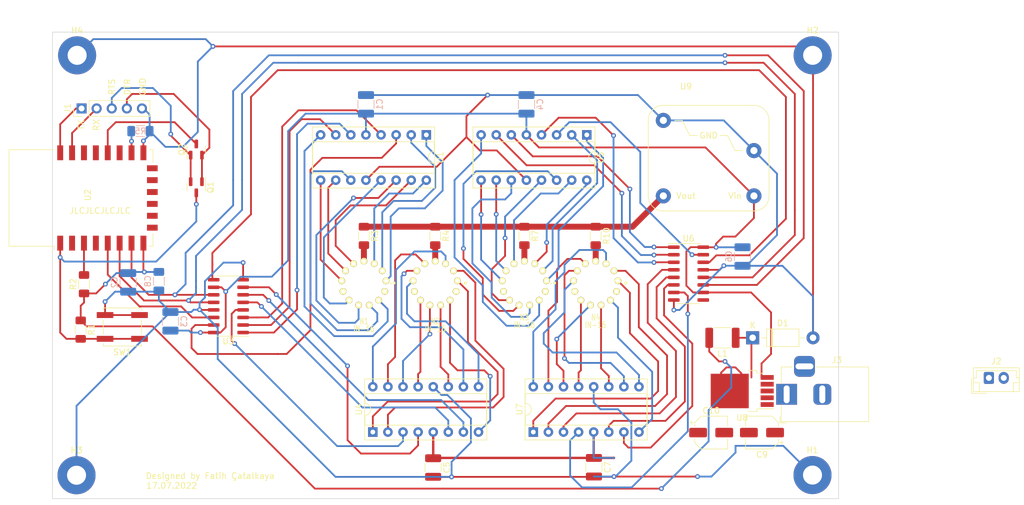
<source format=kicad_pcb>
(kicad_pcb (version 20211014) (generator pcbnew)
  (layers (0 "F.Cu" signal) (31 "B.Cu" signal) (34 "B.Paste" user) (35 "F.Paste" user) (36 "B.SilkS" user "B.Silkscreen") (37 "F.SilkS" user "F.Silkscreen") (38 "B.Mask" user) (39 "F.Mask" user) (44 "Edge.Cuts" user))
  (net 0 "")
  (net 1 "+5V")
  (net 2 "GND")
  (net 3 "+3.3V")
  (net 4 "Net-(D1-Pad1)")
  (net 5 "/RX")
  (net 6 "/TX")
  (net 7 "/DTR")
  (net 8 "/RTS")
  (net 9 "170V")
  (net 12 "Net-(N1-PadA)")
  (net 13 "Net-(N1-Pad9)")
  (net 14 "Net-(N1-Pad8)")
  (net 15 "Net-(N1-Pad7)")
  (net 16 "Net-(N1-Pad6)")
  (net 17 "Net-(N1-Pad5)")
  (net 18 "Net-(N1-Pad4)")
  (net 19 "Net-(N1-Pad3)")
  (net 20 "Net-(N1-Pad2)")
  (net 21 "Net-(N1-Pad1)")
  (net 22 "Net-(N1-Pad0)")
  (net 25 "Net-(N2-PadA)")
  (net 26 "Net-(N2-Pad9)")
  (net 27 "Net-(N2-Pad8)")
  (net 28 "Net-(N2-Pad7)")
  (net 29 "Net-(N2-Pad6)")
  (net 30 "Net-(N2-Pad5)")
  (net 31 "Net-(N2-Pad4)")
  (net 32 "Net-(N2-Pad3)")
  (net 33 "Net-(N2-Pad2)")
  (net 34 "Net-(N2-Pad1)")
  (net 35 "Net-(N2-Pad0)")
  (net 38 "Net-(N3-PadA)")
  (net 39 "Net-(N3-Pad9)")
  (net 40 "Net-(N3-Pad8)")
  (net 41 "Net-(N3-Pad7)")
  (net 42 "Net-(N3-Pad6)")
  (net 43 "Net-(N3-Pad5)")
  (net 44 "Net-(N3-Pad4)")
  (net 45 "Net-(N3-Pad3)")
  (net 46 "Net-(N3-Pad2)")
  (net 47 "Net-(N3-Pad1)")
  (net 48 "Net-(N3-Pad0)")
  (net 51 "Net-(N4-PadA)")
  (net 52 "Net-(N4-Pad9)")
  (net 53 "Net-(N4-Pad8)")
  (net 54 "Net-(N4-Pad7)")
  (net 55 "Net-(N4-Pad6)")
  (net 56 "Net-(N4-Pad5)")
  (net 57 "Net-(N4-Pad4)")
  (net 58 "Net-(N4-Pad3)")
  (net 59 "Net-(N4-Pad2)")
  (net 60 "Net-(N4-Pad1)")
  (net 61 "Net-(N4-Pad0)")
  (net 62 "RST")
  (net 63 "GPIO0")
  (net 64 "Net-(R2-Pad2)")
  (net 65 "Net-(R5-Pad2)")
  (net 68 "SER")
  (net 69 "RCLK")
  (net 70 "SR_CLK")
  (net 80 "Net-(U3-Pad4)")
  (net 81 "Net-(U3-Pad5)")
  (net 82 "Net-(U3-Pad6)")
  (net 83 "Net-(U3-Pad7)")
  (net 84 "Net-(U3-Pad9)")
  (net 85 "Net-(U1-Pad3)")
  (net 86 "Net-(U1-Pad4)")
  (net 87 "Net-(U1-Pad6)")
  (net 88 "Net-(U1-Pad7)")
  (net 89 "Net-(U6-Pad4)")
  (net 90 "Net-(U6-Pad5)")
  (net 91 "Net-(U6-Pad6)")
  (net 92 "Net-(U6-Pad7)")
  (net 94 "Net-(U5-Pad3)")
  (net 95 "Net-(U5-Pad4)")
  (net 96 "Net-(U5-Pad6)")
  (net 97 "Net-(U5-Pad7)")
  (footprint "Capacitor_SMD:CP_Elec_5x3" (layer "F.Cu") (at 175.975 120.975 180)
    (fp_text reference "C9")
    (fp_text value "330uF")
  )
  (footprint "MountingHole:MountingHole_3.2mm_M3_Pad" (layer "F.Cu") (at 60.65 128.15)
    (fp_text reference "H3")
    (fp_text value "MountingHole_Pad")
  )
  (footprint "Package_TO_SOT_SMD:SOT-23" (layer "F.Cu") (at 80.8 73.35 90)
    (fp_text reference "Q2")
    (fp_text value "BC847")
  )
  (footprint "Package_SO:SOIC-16_3.9x9.9mm_P1.27mm" (layer "F.Cu") (at 86.2 99.7 180)
    (fp_text reference "U3")
    (fp_text value "74HC595")
  )
  (footprint "Connector_PinHeader_2.54mm:PinHeader_1x05_P2.54mm_Vertical" (layer "F.Cu") (at 61.495 66.44 90)
    (fp_text reference "J1")
    (fp_text value "Conn_01x05_Male")
  )
  (footprint "in-16:russian-nixies-IN-16" (layer "F.Cu") (at 109 95.885 180)
    (fp_text reference "N1")
    (fp_text value "IN-16")
  )
  (footprint "Connector_JST:JST_EH_B2B-EH-A_1x02_P2.50mm_Vertical" (layer "F.Cu") (at 214.15 111.775)
    (fp_text reference "J2")
    (fp_text value "Conn_01x02")
  )
  (footprint "Package_DIP:DIP-16_W7.62mm_Socket" (layer "F.Cu") (at 119.5 70.885 -90)
    (fp_text reference "U1")
    (fp_text value "K155ID1")
  )
  (footprint "Resistor_SMD:R_1206_3216Metric_Pad1.30x1.75mm_HandSolder" (layer "F.Cu") (at 61.91 96.01 90)
    (fp_text reference "R2")
    (fp_text value "10K")
  )
  (footprint "Resistor_SMD:R_1206_3216Metric_Pad1.30x1.75mm_HandSolder" (layer "F.Cu") (at 148 87.885 -90)
    (fp_text reference "R10")
    (fp_text value "10k")
  )
  (footprint "Capacitor_SMD:C_1210_3225Metric_Pad1.33x2.70mm_HandSolder" (layer "F.Cu") (at 147.7 126.8 -90)
    (fp_text reference "C7")
    (fp_text value "100nF")
  )
  (footprint "Capacitor_SMD:CP_Elec_5x3" (layer "F.Cu") (at 167.425 120.975)
    (fp_text reference "C10")
    (fp_text value "330uF")
  )
  (footprint "in-16:russian-nixies-IN-16" (layer "F.Cu") (at 136 95.885 180)
    (fp_text reference "N3")
    (fp_text value "IN-16")
  )
  (footprint "Package_SO:SOIC-16_3.9x9.9mm_P1.27mm" (layer "F.Cu") (at 163.62 94.225)
    (fp_text reference "U6")
    (fp_text value "74HC595")
  )
  (footprint "Package_TO_SOT_SMD:TO-252-5_TabPin6" (layer "F.Cu") (at 172.65 113.975 180)
    (fp_text reference "U8")
    (fp_text value "LM2575-3.3BT")
  )
  (footprint "Button_Switch_SMD:SW_Push_1P1T_NO_CK_KSC7xxJ" (layer "F.Cu") (at 68.35 103.2)
    (fp_text reference "SW1")
    (fp_text value "SW_Push")
  )
  (footprint "Connector_BarrelJack:BarrelJack_Horizontal" (layer "F.Cu") (at 180.125 114.5325 180)
    (fp_text reference "J3")
    (fp_text value "Barrel_Jack")
  )
  (footprint "Resistor_SMD:R_1206_3216Metric_Pad1.30x1.75mm_HandSolder" (layer "F.Cu") (at 121 87.885 -90)
    (fp_text reference "R4")
    (fp_text value "10k")
  )
  (footprint "Diode_THT:D_DO-41_SOD81_P10.16mm_Horizontal" (layer "F.Cu") (at 174.405 105.025)
    (fp_text reference "D1")
    (fp_text value "1N5819")
  )
  (footprint "Package_DIP:DIP-16_W7.62mm_Socket" (layer "F.Cu") (at 137.5 120.885 90)
    (fp_text reference "U7")
    (fp_text value "K155ID1")
  )
  (footprint "Inductor_SMD:L_1812_4532Metric_Pad1.30x3.40mm_HandSolder" (layer "F.Cu") (at 169.325 105.025 180)
    (fp_text reference "L1")
    (fp_text value "330uH")
  )
  (footprint "RF_Module:ESP-12E" (layer "F.Cu") (at 61.4 81.5 90)
    (fp_text reference "U2")
    (fp_text value "ESP-12E")
  )
  (footprint "MountingHole:MountingHole_3.2mm_M3_Pad" (layer "F.Cu") (at 60.75 57.5)
    (fp_text reference "H4")
    (fp_text value "MountingHole_Pad")
  )
  (footprint "in-16:russian-nixies-IN-16" (layer "F.Cu") (at 148 95.885 180)
    (fp_text reference "N4")
    (fp_text value "IN-16")
  )
  (footprint "MountingHole:MountingHole_3.2mm_M3_Pad" (layer "F.Cu") (at 184.5 57.5)
    (fp_text reference "H2")
    (fp_text value "MountingHole_Pad")
  )
  (footprint "MountingHole:MountingHole_3.2mm_M3_Pad" (layer "F.Cu") (at 184.475 128.125)
    (fp_text reference "H1")
    (fp_text value "MountingHole_Pad")
  )
  (footprint "Package_TO_SOT_SMD:SOT-23" (layer "F.Cu") (at 80.8 79.7 -90)
    (fp_text reference "Q1")
    (fp_text value "BC847")
  )
  (footprint "Resistor_SMD:R_1206_3216Metric_Pad1.30x1.75mm_HandSolder" (layer "F.Cu") (at 136 87.885 -90)
    (fp_text reference "R7")
    (fp_text value "10k")
  )
  (footprint "in-16:russian-nixies-IN-16" (layer "F.Cu") (at 121 95.885 180)
    (fp_text reference "N2")
    (fp_text value "IN-16")
  )
  (footprint "Package_DIP:DIP-16_W7.62mm_Socket" (layer "F.Cu") (at 146.5 70.885 -90)
    (fp_text reference "U5")
    (fp_text value "K155ID1")
  )
  (footprint "Resistor_SMD:R_1206_3216Metric_Pad1.30x1.75mm_HandSolder" (layer "F.Cu") (at 61.35 103.65 -90)
    (fp_text reference "R1")
    (fp_text value "10K")
  )
  (footprint "psu:NCH8200HV" (layer "F.Cu") (at 167.635 74.165 180)
    (fp_text reference "U9")
    (fp_text value "NCH8200HV")
  )
  (footprint "Package_DIP:DIP-16_W7.62mm_Socket" (layer "F.Cu") (at 110.5 120.885 90)
    (fp_text reference "U4")
    (fp_text value "K155ID1")
  )
  (footprint "Resistor_SMD:R_1206_3216Metric_Pad1.30x1.75mm_HandSolder" (layer "F.Cu") (at 109 87.885 -90)
    (fp_text reference "R3")
    (fp_text value "10k")
  )
  (footprint "Capacitor_SMD:C_1210_3225Metric_Pad1.33x2.70mm_HandSolder" (layer "F.Cu") (at 120.65 126.85 -90)
    (fp_text reference "C5")
    (fp_text value "100nF")
  )
  (footprint "Capacitor_SMD:C_1210_3225Metric_Pad1.33x2.70mm_HandSolder" (layer "B.Cu") (at 69.34 95.7025 -90)
    (fp_text reference "C2")
    (fp_text value "100nF")
  )
  (footprint "Capacitor_SMD:C_1206_3216Metric_Pad1.33x1.80mm_HandSolder" (layer "B.Cu") (at 74.5 95.5 -90)
    (fp_text reference "C8")
    (fp_text value "470pF")
  )
  (footprint "Capacitor_SMD:C_1210_3225Metric_Pad1.33x2.70mm_HandSolder" (layer "B.Cu") (at 76.45 102.25 90)
    (fp_text reference "C3")
    (fp_text value "100nF")
  )
  (footprint "Capacitor_SMD:C_1210_3225Metric_Pad1.33x2.70mm_HandSolder" (layer "B.Cu") (at 136.35 65.75 90)
    (fp_text reference "C4")
    (fp_text value "100nF")
  )
  (footprint "Capacitor_SMD:C_1210_3225Metric_Pad1.33x2.70mm_HandSolder" (layer "B.Cu") (at 109.35 65.75 90)
    (fp_text reference "C1")
    (fp_text value "100nF")
  )
  (footprint "Capacitor_SMD:C_1210_3225Metric_Pad1.33x2.70mm_HandSolder" (layer "B.Cu") (at 172.7 91.35 -90)
    (fp_text reference "C6")
    (fp_text value "100nF")
  )
  (footprint "Resistor_SMD:R_1206_3216Metric_Pad1.30x1.75mm_HandSolder" (layer "B.Cu") (at 71.4 70.25 180)
    (fp_text reference "R5")
    (fp_text value "10K")
  )
  (gr_rect (start 56.6 53.6) (end 188.87 132.1) (layer "Edge.Cuts") (width 0.1) (fill none))
  (gr_text "JLCJLCJLCJLC" (at 64.62 83.64) (layer "F.SilkS") (effects (font (size 1 1))))
  (gr_text "Designed by Fatih Çatalkaya" (at 83.14 128.26) (layer "F.SilkS") (effects (font (size 1 1))))
  (gr_text "GND" (at 71.78 62.81 90) (layer "F.SilkS") (effects (font (size 1 1))))
  (gr_text "DTR" (at 69.22 62.82 90) (layer "F.SilkS") (effects (font (size 1 1))))
  (gr_text "RX" (at 64 69.23 90) (layer "F.SilkS") (effects (font (size 1 1))))
  (gr_text "TX" (at 61.44 69.23 90) (layer "F.SilkS") (effects (font (size 1 1))))
  (gr_text "RTS" (at 66.6 62.81 90) (layer "F.SilkS") (effects (font (size 1 1))))
  (gr_text "17.07.2022" (at 76.66 129.91) (layer "F.SilkS") (effects (font (size 1 1))))
  (segment (start 151.0625 125.2375) (end 151.075 125.225) (width 0.4) (layer "F.Cu") (net 1))
  (segment (start 169.1 111.7) (end 169.1 110.9) (width 0.3) (layer "F.Cu") (net 1))
  (segment (start 85.75 97.25) (end 85.75 103.25) (width 0.3) (layer "F.Cu") (net 1))
  (segment (start 83.725 96.525) (end 85.025 96.525) (width 0.3) (layer "F.Cu") (net 1))
  (segment (start 147.7 125.2375) (end 151.0625 125.2375) (width 0.4) (layer "F.Cu") (net 1))
  (segment (start 120.7 125.2375) (end 120.65 125.2875) (width 0.4) (layer "F.Cu") (net 1))
  (segment (start 147.7 125.2375) (end 120.7 125.2375) (width 0.4) (layer "F.Cu") (net 1))
  (segment (start 177.5 100.75) (end 177.5 107.75) (width 0.3) (layer "F.Cu") (net 1))
  (segment (start 147.64 120.885) (end 147.66 120.885) (width 0.3) (layer "F.Cu") (net 1))
  (segment (start 163.25 96.25) (end 164.4 97.4) (width 0.3) (layer "F.Cu") (net 1))
  (segment (start 171.5 110) (end 172.5 111) (width 0.3) (layer "F.Cu") (net 1))
  (segment (start 166.095 97.4) (end 174.15 97.4) (width 0.3) (layer "F.Cu") (net 1))
  (segment (start 168.25 89.8) (end 168.25 89.2) (width 0.3) (layer "F.Cu") (net 1))
  (segment (start 164.4 97.4) (end 166.095 97.4) (width 0.3) (layer "F.Cu") (net 1))
  (segment (start 169.1 110.9) (end 170 110) (width 0.3) (layer "F.Cu") (net 1))
  (segment (start 169.45 88) (end 171.5 88) (width 0.3) (layer "F.Cu") (net 1))
  (segment (start 147.66 125.1975) (end 147.66 120.885) (width 0.4) (layer "F.Cu") (net 1))
  (segment (start 120.66 125.2775) (end 120.66 120.885) (width 0.4) (layer "F.Cu") (net 1))
  (segment (start 174.62 81.15) (end 166.47 73) (width 0.3) (layer "F.Cu") (net 1))
  (segment (start 171.5 88) (end 174.62 84.88) (width 0.3) (layer "F.Cu") (net 1))
  (segment (start 177.5 107.75) (end 175.9 109.35) (width 0.3) (layer "F.Cu") (net 1))
  (segment (start 138.455 73) (end 136.34 70.885) (width 0.3) (layer "F.Cu") (net 1))
  (segment (start 163.25 90.5) (end 163.25 96.25) (width 0.3) (layer "F.Cu") (net 1))
  (segment (start 175.9 109.35) (end 175.9 111.7) (width 0.3) (layer "F.Cu") (net 1))
  (segment (start 168.25 89.2) (end 169.45 88) (width 0.3) (layer "F.Cu") (net 1))
  (segment (start 172.5 111) (end 172.5 111.7) (width 0.3) (layer "F.Cu") (net 1))
  (segment (start 174.15 97.4) (end 177.5 100.75) (width 0.3) (layer "F.Cu") (net 1))
  (segment (start 174.62 84.88) (end 174.62 81.15) (width 0.3) (layer "F.Cu") (net 1))
  (segment (start 120.65 125.2875) (end 120.66 125.2775) (width 0.4) (layer "F.Cu") (net 1))
  (segment (start 166.095 89.78) (end 163.97 89.78) (width 0.3) (layer "F.Cu") (net 1))
  (segment (start 85.75 103.25) (end 84.855 104.145) (width 0.3) (layer "F.Cu") (net 1))
  (segment (start 84.855 104.145) (end 83.725 104.145) (width 0.3) (layer "F.Cu") (net 1))
  (segment (start 166.125 89.75) (end 166.095 89.78) (width 0.3) (layer "F.Cu") (net 1))
  (segment (start 81.505 104.145) (end 81.5 104.15) (width 0.3) (layer "F.Cu") (net 1))
  (segment (start 168.25 89.8) (end 166.125 89.8) (width 0.3) (layer "F.Cu") (net 1))
  (segment (start 166.47 73) (end 138.455 73) (width 0.3) (layer "F.Cu") (net 1))
  (segment (start 85.025 96.525) (end 85.75 97.25) (width 0.3) (layer "F.Cu") (net 1))
  (segment (start 163.97 89.78) (end 163.25 90.5) (width 0.3) (layer "F.Cu") (net 1))
  (segment (start 170 110) (end 171.5 110) (width 0.3) (layer "F.Cu") (net 1))
  (segment (start 147.7 125.2375) (end 147.66 125.1975) (width 0.4) (layer "F.Cu") (net 1))
  (segment (start 83.725 104.145) (end 81.505 104.145) (width 0.3) (layer "F.Cu") (net 1))
  (via (at 85.75 97.25) (size 0.8) (drill 0.4) (layers "F.Cu" "B.Cu") (net 1))
  (via (at 81.5 104.15) (size 0.8) (drill 0.4) (layers "F.Cu" "B.Cu") (net 1))
  (via (at 168.25 89.8) (size 0.8) (drill 0.4) (layers "F.Cu" "B.Cu") (net 1))
  (segment (start 85.75 97.25) (end 88.25 94.75) (width 0.3) (layer "B.Cu") (net 1))
  (segment (start 109.35 67.3125) (end 109.34 67.3225) (width 0.3) (layer "B.Cu") (net 1))
  (segment (start 99.1875 67.3125) (end 109.35 67.3125) (width 0.3) (layer "B.Cu") (net 1))
  (segment (start 151.075 125.225) (end 147.7125 125.225) (width 0.3) (layer "B.Cu") (net 1))
  (segment (start 96.25 70.25) (end 99.1875 67.3125) (width 0.3) (layer "B.Cu") (net 1))
  (segment (start 172.6875 89.8) (end 172.7 89.7875) (width 0.3) (layer "B.Cu") (net 1))
  (segment (start 136.34 70.885) (end 136.34 67.3225) (width 0.3) (layer "B.Cu") (net 1))
  (segment (start 147.7125 125.225) (end 147.7 125.2375) (width 0.3) (layer "B.Cu") (net 1))
  (segment (start 88.25 94.75) (end 93.5 94.75) (width 0.3) (layer "B.Cu") (net 1))
  (segment (start 151.0625 125.2375) (end 151.075 125.225) (width 0.3) (layer "B.Cu") (net 1))
  (segment (start 81.5 104.15) (end 79.9 104.15) (width 0.3) (layer "B.Cu") (net 1))
  (segment (start 147.7 125.2375) (end 147.66 125.1975) (width 0.3) (layer "B.Cu") (net 1))
  (segment (start 168.25 89.8) (end 172.6875 89.8) (width 0.3) (layer "B.Cu") (net 1))
  (segment (start 109.35 67.3125) (end 136.35 67.3125) (width 0.3) (layer "B.Cu") (net 1))
  (segment (start 79.9 104.15) (end 79.5625 103.8125) (width 0.3) (layer "B.Cu") (net 1))
  (segment (start 96.25 92) (end 96.25 70.25) (width 0.3) (layer "B.Cu") (net 1))
  (segment (start 93.5 94.75) (end 96.25 92) (width 0.3) (layer "B.Cu") (net 1))
  (segment (start 147.66 125.1975) (end 147.66 120.885) (width 0.3) (layer "B.Cu") (net 1))
  (segment (start 79.5625 103.8125) (end 76.45 103.8125) (width 0.3) (layer "B.Cu") (net 1))
  (segment (start 136.34 67.3225) (end 136.35 67.3125) (width 0.3) (layer "B.Cu") (net 1))
  (segment (start 109.34 67.3225) (end 109.34 70.885) (width 0.3) (layer "B.Cu") (net 1))
  (segment (start 126.25 71.25) (end 126.25 67.75) (width 0.3) (layer "F.Cu") (net 2))
  (segment (start 81.385 100.335) (end 81.35 100.3) (width 0.3) (layer "F.Cu") (net 2))
  (segment (start 161.05 98.765) (end 161.145 98.67) (width 0.3) (layer "F.Cu") (net 2))
  (segment (start 184.565 105.025) (end 184.565 57.565) (width 0.3) (layer "F.Cu") (net 2))
  (segment (start 88.675 92.375) (end 88.675 95.255) (width 0.3) (layer "F.Cu") (net 2))
  (segment (start 71.9 71.9) (end 71.9 73.9) (width 0.3) (layer "F.Cu") (net 2))
  (segment (start 83.725 100.335) (end 81.385 100.335) (width 0.3) (layer "F.Cu") (net 2))
  (segment (start 184.565 57.565) (end 184.5 57.5) (width 0.3) (layer "F.Cu") (net 2))
  (segment (start 109.34 78.505) (end 111.595 76.25) (width 0.3) (layer "F.Cu") (net 2))
  (segment (start 65.45 101.2) (end 71.25 101.2) (width 0.3) (layer "F.Cu") (net 2))
  (segment (start 121.25 76.25) (end 126.25 71.25) (width 0.3) (layer "F.Cu") (net 2))
  (segment (start 151.075 128.375) (end 165.125 128.375) (width 0.3) (layer "F.Cu") (net 2))
  (segment (start 131.335 73.5) (end 128.5 73.5) (width 0.3) (layer "F.Cu") (net 2))
  (segment (start 128.5 73.5) (end 126.25 71.25) (width 0.3) (layer "F.Cu") (net 2))
  (segment (start 83.6 56) (end 183 56) (width 0.3) (layer "F.Cu") (net 2))
  (segment (start 183 56) (end 184.5 57.5) (width 0.3) (layer "F.Cu") (net 2))
  (segment (start 161.15 100.35) (end 161.15 98.765) (width 0.3) (layer "F.Cu") (net 2))
  (segment (start 168.86 93.59) (end 166.095 93.59) (width 0.3) (layer "F.Cu") (net 2))
  (segment (start 136.34 78.505) (end 131.335 73.5) (width 0.3) (layer "F.Cu") (net 2))
  (segment (start 126.25 67.75) (end 129.8125 64.1875) (width 0.3) (layer "F.Cu") (net 2))
  (segment (start 151.025 128.425) (end 123.75 128.425) (width 0.3) (layer "F.Cu") (net 2))
  (segment (start 151.075 128.375) (end 151.025 128.425) (width 0.3) (layer "F.Cu") (net 2))
  (segment (start 111.595 76.25) (end 121.25 76.25) (width 0.3) (layer "F.Cu") (net 2))
  (segment (start 65.45 98.95) (end 65.45 101.2) (width 0.3) (layer "F.Cu") (net 2))
  (segment (start 123.75 128.425) (end 120.6625 128.425) (width 0.3) (layer "F.Cu") (net 2))
  (segment (start 169.55 92.9) (end 168.86 93.59) (width 0.3) (layer "F.Cu") (net 2))
  (segment (start 120.6625 128.425) (end 120.65 128.4125) (width 0.3) (layer "F.Cu") (net 2))
  (via (at 129.8125 64.1875) (size 0.8) (drill 0.4) (layers "F.Cu" "B.Cu") (net 2))
  (via (at 83.6 56) (size 0.8) (drill 0.4) (layers "F.Cu" "B.Cu") (net 2))
  (via (at 81.35 100.3) (size 0.8) (drill 0.4) (layers "F.Cu" "B.Cu") (net 2))
  (via (at 71.9 71.9) (size 0.8) (drill 0.4) (layers "F.Cu" "B.Cu") (net 2))
  (via (at 165.125 128.375) (size 0.8) (drill 0.4) (layers "F.Cu" "B.Cu") (net 2))
  (via (at 161.15 100.35) (size 0.8) (drill 0.4) (layers "F.Cu" "B.Cu") (net 2))
  (via (at 151.075 128.375) (size 0.8) (drill 0.4) (layers "F.Cu" "B.Cu") (net 2))
  (via (at 65.45 98.95) (size 0.8) (drill 0.4) (layers "F.Cu" "B.Cu") (net 2))
  (via (at 169.55 92.9) (size 0.8) (drill 0.4) (layers "F.Cu" "B.Cu") (net 2))
  (via (at 123.75 128.425) (size 0.8) (drill 0.4) (layers "F.Cu" "B.Cu") (net 2))
  (via (at 88.675 92.375) (size 0.8) (drill 0.4) (layers "F.Cu" "B.Cu") (net 2))
  (segment (start 73 70.75) (end 72.95 70.8) (width 0.3) (layer "B.Cu") (net 2))
  (segment (start 60.65 116.475) (end 60.65 128.15) (width 0.3) (layer "B.Cu") (net 2))
  (segment (start 147.7125 128.375) (end 147.7 128.3625) (width 0.3) (layer "B.Cu") (net 2))
  (segment (start 136.35 64.1875) (end 155.1175 64.1875) (width 0.3) (layer "B.Cu") (net 2))
  (segment (start 151.75 117.05) (end 148.8 117.05) (width 0.3) (layer "B.Cu") (net 2))
  (segment (start 129.8125 64.1875) (end 136.35 64.1875) (width 0.3) (layer "B.Cu") (net 2))
  (segment (start 109.35 64.1875) (end 129.8125 64.1875) (width 0.3) (layer "B.Cu") (net 2))
  (segment (start 82.375 54.775) (end 83.6 56) (width 0.3) (layer "B.Cu") (net 2))
  (segment (start 184.565 105.025) (end 184.565 98.065) (width 0.3) (layer "B.Cu") (net 2))
  (segment (start 151.075 128.375) (end 147.7125 128.375) (width 0.3) (layer "B.Cu") (net 2))
  (segment (start 147.66 115.91) (end 147.66 113.265) (width 0.3) (layer "B.Cu") (net 2))
  (segment (start 78.55 72.9) (end 81.05 70.4) (width 0.3) (layer "B.Cu") (net 2))
  (segment (start 88.675 92.375) (end 85.375 92.375) (width 0.3) (layer "B.Cu") (net 2))
  (segment (start 123.75 128.425) (end 104.225 128.425) (width 0.3) (layer "B.Cu") (net 2))
  (segment (start 81.35 99.15) (end 81.35 100.3) (width 0.3) (layer "B.Cu") (net 2))
  (segment (start 127 118.6) (end 127 122.65) (width 0.3) (layer "B.Cu") (net 2))
  (segment (start 123.75 125.9) (end 123.75 128.425) (width 0.3) (layer "B.Cu") (net 2))
  (segment (start 84.4 108.6) (end 84.4 103.35) (width 0.3) (layer "B.Cu") (net 2))
  (segment (start 120.66 113.265) (end 122.045 114.65) (width 0.3) (layer "B.Cu") (net 2))
  (segment (start 85.375 92.375) (end 82.25 95.5) (width 0.3) (layer "B.Cu") (net 2))
  (segment (start 171.525 123.2) (end 179.55 123.2) (width 0.3) (layer "B.Cu") (net 2))
  (segment (start 151.325 128.375) (end 154 125.7) (width 0.3) (layer "B.Cu") (net 2))
  (segment (start 155.1175 64.1875) (end 159.38 68.45) (width 0.3) (layer "B.Cu") (net 2))
  (segment (start 69.34 97.265) (end 67.135 97.265) (width 0.3) (layer "B.Cu") (net 2))
  (segment (start 71.9225 66.44) (end 72.95 67.4675) (width 0.3) (layer "B.Cu") (net 2))
  (segment (start 154 119.3) (end 151.75 117.05) (width 0.3) (layer "B.Cu") (net 2))
  (segment (start 172.7 92.9125) (end 173.3375 92.9125) (width 0.3) (layer "B.Cu") (net 2))
  (segment (start 151.075 128.375) (end 151.325 128.375) (width 0.3) (layer "B.Cu") (net 2))
  (segment (start 72.95 67.4675) (end 72.95 70.25) (width 0.3) (layer "B.Cu") (net 2))
  (segment (start 123.05 114.65) (end 127 118.6) (width 0.3) (layer "B.Cu") (net 2))
  (segment (start 81.05 70.4) (end 81.05 58.6) (width 0.3) (layer "B.Cu") (net 2))
  (segment (start 167.475 128.375) (end 165.125 128.375) (width 0.3) (layer "B.Cu") (net 2))
  (segment (start 174.62 73.53) (end 169.54 68.45) (width 0.3) (layer "B.Cu") (net 2))
  (segment (start 148.8 117.05) (end 147.66 115.91) (width 0.3) (layer "B.Cu") (net 2))
  (segment (start 75.6 72.9) (end 78.55 72.9) (width 0.3) (layer "B.Cu") (net 2))
  (segment (start 74.5 98.7375) (end 76.45 100.6875) (width 0.3) (layer "B.Cu") (net 2))
  (segment (start 69.34 97.265) (end 74.2975 97.265) (width 0.3) (layer "B.Cu") (net 2))
  (segment (start 169.54 68.45) (end 159.38 68.45) (width 0.3) (layer "B.Cu") (net 2))
  (segment (start 67.135 97.265) (end 65.45 98.95) (width 0.3) (layer "B.Cu") (net 2))
  (segment (start 154 125.7) (end 154 119.3) (width 0.3) (layer "B.Cu") (net 2))
  (segment (start 72.95 70.85) (end 72.95 70.25) (width 0.3) (layer "B.Cu") (net 2))
  (segment (start 184.565 98.065) (end 179.4125 92.9125) (width 0.3) (layer "B.Cu") (net 2))
  (segment (start 169.55 92.9) (end 172.6875 92.9) (width 0.3) (layer "B.Cu") (net 2))
  (segment (start 104.225 128.425) (end 84.4 108.6) (width 0.3) (layer "B.Cu") (net 2))
  (segment (start 178.5 87.75) (end 178.5 77.41) (width 0.3) (layer "B.Cu") (net 2))
  (segment (start 81.35 100.3) (end 80.35 100.3) (width 0.3) (layer "B.Cu") (net 2))
  (segment (start 169.55 92.9) (end 162.1 100.35) (width 0.3) (layer "B.Cu") (net 2))
  (segment (start 82.25 98.25) (end 81.35 99.15) (width 0.3) (layer "B.Cu") (net 2))
  (segment (start 179.55 123.2) (end 184.475 128.125) (width 0.3) (layer "B.Cu") (net 2))
  (segment (start 82.25 95.5) (end 82.25 98.25) (width 0.3) (layer "B.Cu") (net 2))
  (segment (start 171.525 124.325) (end 167.475 128.375) (width 0.3) (layer "B.Cu") (net 2))
  (segment (start 179.4125 92.9125) (end 172.7 92.9125) (width 0.3) (layer "B.Cu") (net 2))
  (segment (start 172.6875 92.9) (end 172.7 92.9125) (width 0.3) (layer "B.Cu") (net 2))
  (segment (start 171.525 123.2) (end 171.525 124.325) (width 0.3) (layer "B.Cu") (net 2))
  (segment (start 79.9625 100.6875) (end 76.45 100.6875) (width 0.3) (layer "B.Cu") (net 2))
  (segment (start 71.9 71.9) (end 72.95 70.85) (width 0.3) (layer "B.Cu") (net 2))
  (segment (start 76.45 100.6875) (end 76.4375 100.6875) (width 0.3) (layer "B.Cu") (net 2))
  (segment (start 162.1 100.35) (end 161.15 100.35) (width 0.3) (layer "B.Cu") (net 2))
  (segment (start 81.05 58.55) (end 81.05 58.6) (width 0.3) (layer "B.Cu") (net 2))
  (segment (start 84.4 103.35) (end 81.35 100.3) (width 0.3) (layer "B.Cu") (net 2))
  (segment (start 72.95 70.25) (end 75.6 72.9) (width 0.3) (layer "B.Cu") (net 2))
  (segment (start 173.3375 92.9125) (end 178.5 87.75) (width 0.3) (layer "B.Cu") (net 2))
  (segment (start 178.5 77.41) (end 174.62 73.53) (width 0.3) (layer "B.Cu") (net 2))
  (segment (start 74.5 97.0625) (end 74.5 98.7375) (width 0.3) (layer "B.Cu") (net 2))
  (segment (start 122.045 114.65) (end 123.05 114.65) (width 0.3) (layer "B.Cu") (net 2))
  (segment (start 76.4375 100.6875) (end 60.65 116.475) (width 0.3) (layer "B.Cu") (net 2))
  (segment (start 127 122.65) (end 123.75 125.9) (width 0.3) (layer "B.Cu") (net 2))
  (segment (start 63.475 54.775) (end 82.375 54.775) (width 0.3) (layer "B.Cu") (net 2))
  (segment (start 80.35 100.3) (end 79.9625 100.6875) (width 0.3) (layer "B.Cu") (net 2))
  (segment (start 60.75 57.5) (end 63.475 54.775) (width 0.3) (layer "B.Cu") (net 2))
  (segment (start 74.2975 97.265) (end 74.5 97.0625) (width 0.3) (layer "B.Cu") (net 2))
  (segment (start 83.6 56) (end 81.05 58.55) (width 0.3) (layer "B.Cu") (net 2))
  (segment (start 61.91 97.56) (end 61.91 99.09) (width 0.3) (layer "F.Cu") (net 3))
  (segment (start 73.45 103.1) (end 62.35 103.1) (width 0.3) (layer "F.Cu") (net 3))
  (segment (start 168.75 109) (end 167.1 107.35) (width 0.3) (layer "F.Cu") (net 3))
  (segment (start 169.75 109) (end 168.75 109) (width 0.3) (layer "F.Cu") (net 3))
  (segment (start 62.35 103.1) (end 61.35 102.1) (width 0.3) (layer "F.Cu") (net 3))
  (segment (start 167.1 107.35) (end 167.1 105.025) (width 0.3) (layer "F.Cu") (net 3))
  (segment (start 159.05 130.4) (end 100.75 130.4) (width 0.3) (layer "F.Cu") (net 3))
  (segment (start 100.75 130.4) (end 73.45 103.1) (width 0.3) (layer "F.Cu") (net 3))
  (segment (start 72.05 93.95) (end 71.9 93.8) (width 0.3) (layer "F.Cu") (net 3))
  (segment (start 63.94 97.56) (end 61.91 97.56) (width 0.3) (layer "F.Cu") (net 3))
  (segment (start 71.9 93.8) (end 71.9 89.1) (width 0.3) (layer "F.Cu") (net 3))
  (segment (start 61.91 99.09) (end 61.35 99.65) (width 0.3) (layer "F.Cu") (net 3))
  (segment (start 65.5 96) (end 63.94 97.56) (width 0.3) (layer "F.Cu") (net 3))
  (segment (start 61.35 99.65) (end 61.35 102.1) (width 0.3) (layer "F.Cu") (net 3))
  (via (at 169.75 109) (size 0.8) (drill 0.4) (layers "F.Cu" "B.Cu") (net 3))
  (via (at 72.05 93.95) (size 0.8) (drill 0.4) (layers "F.Cu" "B.Cu") (net 3))
  (via (at 65.5 96) (size 0.8) (drill 0.4) (layers "F.Cu" "B.Cu") (net 3))
  (via (at 159.05 130.4) (size 0.8) (drill 0.4) (layers "F.Cu" "B.Cu") (net 3))
  (segment (start 167 122.45) (end 167 117.2) (width 0.3) (layer "B.Cu") (net 3))
  (segment (start 169.75 109) (end 170.8 110.05) (width 0.3) (layer "B.Cu") (net 3))
  (segment (start 167 117.2) (end 170.8 113.4) (width 0.3) (layer "B.Cu") (net 3))
  (segment (start 74.425 93.95) (end 74.4375 93.9375) (width 0.3) (layer "B.Cu") (net 3))
  (segment (start 69.53 93.95) (end 69.34 94.14) (width 0.3) (layer "B.Cu") (net 3))
  (segment (start 72.05 93.95) (end 74.425 93.95) (width 0.3) (layer "B.Cu") (net 3))
  (segment (start 66 95.5) (end 65.5 96) (width 0.3) (layer "B.Cu") (net 3))
  (segment (start 72.05 93.95) (end 69.53 93.95) (width 0.3) (layer "B.Cu") (net 3))
  (segment (start 67.36 94.14) (end 66 95.5) (width 0.3) (layer "B.Cu") (net 3))
  (segment (start 170.8 113.4) (end 170.8 111.7) (width 0.3) (layer "B.Cu") (net 3))
  (segment (start 69.34 94.14) (end 67.36 94.14) (width 0.3) (layer "B.Cu") (net 3))
  (segment (start 74.4375 93.9375) (end 74.5 93.9375) (width 0.3) (layer "B.Cu") (net 3))
  (segment (start 170.8 110.05) (end 170.8 111.7) (width 0.3) (layer "B.Cu") (net 3))
  (segment (start 159.05 130.4) (end 167 122.45) (width 0.3) (layer "B.Cu") (net 3))
  (segment (start 174.405 105.025) (end 171.55 105.025) (width 0.3) (layer "F.Cu") (net 4))
  (segment (start 174.2 111.7) (end 174.2 105.23) (width 0.3) (layer "F.Cu") (net 4))
  (segment (start 174.2 105.23) (end 174.405 105.025) (width 0.3) (layer "F.Cu") (net 4))
  (segment (start 59.9 70.575) (end 59.9 73.9) (width 0.3) (layer "F.Cu") (net 5))
  (segment (start 64.035 66.44) (end 59.9 70.575) (width 0.3) (layer "F.Cu") (net 5))
  (segment (start 60.56 66.44) (end 57.9 69.1) (width 0.3) (layer "F.Cu") (net 6))
  (segment (start 61.495 66.44) (end 60.56 66.44) (width 0.3) (layer "F.Cu") (net 6))
  (segment (start 57.9 69.1) (end 57.9 73.9) (width 0.3) (layer "F.Cu") (net 6))
  (segment (start 69.115 64.885) (end 70 64) (width 0.3) (layer "F.Cu") (net 7))
  (segment (start 83 73.0375) (end 81.75 74.2875) (width 0.3) (layer "F.Cu") (net 7))
  (segment (start 77 64) (end 83 70) (width 0.3) (layer "F.Cu") (net 7))
  (segment (start 70 64) (end 77 64) (width 0.3) (layer "F.Cu") (net 7))
  (segment (start 83 70) (end 83 73.0375) (width 0.3) (layer "F.Cu") (net 7))
  (segment (start 81.75 74.2875) (end 81.75 78.7625) (width 0.3) (layer "F.Cu") (net 7))
  (segment (start 69.115 66.44) (end 69.115 64.885) (width 0.3) (layer "F.Cu") (net 7))
  (segment (start 79.7875 74.2875) (end 79.85 74.2875) (width 0.3) (layer "F.Cu") (net 8))
  (segment (start 76.5 71) (end 79.7875 74.2875) (width 0.3) (layer "F.Cu") (net 8))
  (segment (start 79.85 78.7625) (end 79.85 74.2875) (width 0.3) (layer "F.Cu") (net 8))
  (segment (start 76.5 70.75) (end 76.5 71) (width 0.3) (layer "F.Cu") (net 8))
  (via (at 76.5 70.75) (size 0.8) (drill 0.4) (layers "F.Cu" "B.Cu") (net 8))
  (segment (start 73.5 63) (end 68.25 63) (width 0.3) (layer "B.Cu") (net 8))
  (segment (start 68.25 63) (end 66.575 64.675) (width 0.3) (layer "B.Cu") (net 8))
  (segment (start 66.575 64.675) (end 66.575 66.44) (width 0.3) (layer "B.Cu") (net 8))
  (segment (start 76.5 70.75) (end 76.5 66) (width 0.3) (layer "B.Cu") (net 8))
  (segment (start 76.5 66) (end 73.5 63) (width 0.3) (layer "B.Cu") (net 8))
  (segment (start 121 86.335) (end 136 86.335) (width 1) (layer "F.Cu") (net 9))
  (segment (start 148 86.335) (end 154.195 86.335) (width 1) (layer "F.Cu") (net 9))
  (segment (start 109 86.335) (end 121 86.335) (width 1) (layer "F.Cu") (net 9))
  (segment (start 136 86.335) (end 148 86.335) (width 1) (layer "F.Cu") (net 9))
  (segment (start 154.195 86.335) (end 159.38 81.15) (width 1) (layer "F.Cu") (net 9))
  (segment (start 109 92.13088) (end 109 89.435) (width 1) (layer "F.Cu") (net 12))
  (segment (start 114 82) (end 118.75 82) (width 0.3) (layer "B.Cu") (net 13))
  (segment (start 112.08864 83.91136) (end 114 82) (width 0.3) (layer "B.Cu") (net 13))
  (segment (start 118.75 82) (end 121 79.75) (width 0.3) (layer "B.Cu") (net 13))
  (segment (start 121 76.25) (end 116.96 72.21) (width 0.3) (layer "B.Cu") (net 13))
  (segment (start 121 79.75) (end 121 76.25) (width 0.3) (layer "B.Cu") (net 13))
  (segment (start 112.08864 93.75394) (end 112.08864 83.91136) (width 0.3) (layer "B.Cu") (net 13))
  (segment (start 116.96 72.21) (end 116.96 70.885) (width 0.3) (layer "B.Cu") (net 13))
  (segment (start 122.25 75.5) (end 119.5 72.75) (width 0.3) (layer "B.Cu") (net 14))
  (segment (start 114.875 83.25) (end 119.25 83.25) (width 0.3) (layer "B.Cu") (net 14))
  (segment (start 113.5 84.625) (end 114.875 83.25) (width 0.3) (layer "B.Cu") (net 14))
  (segment (start 122.25 80.25) (end 122.25 75.5) (width 0.3) (layer "B.Cu") (net 14))
  (segment (start 119.25 83.25) (end 122.25 80.25) (width 0.3) (layer "B.Cu") (net 14))
  (segment (start 119.5 72.75) (end 119.5 70.885) (width 0.3) (layer "B.Cu") (net 14))
  (segment (start 112.72618 95.43288) (end 113.5 94.65906) (width 0.3) (layer "B.Cu") (net 14))
  (segment (start 113.5 94.65906) (end 113.5 84.625) (width 0.3) (layer "B.Cu") (net 14))
  (segment (start 103 79.765) (end 104.26 78.505) (width 0.3) (layer "F.Cu") (net 15))
  (segment (start 105.91136 93.75394) (end 103 90.84258) (width 0.3) (layer "F.Cu") (net 15))
  (segment (start 103 90.84258) (end 103 79.765) (width 0.3) (layer "F.Cu") (net 15))
  (segment (start 104.5 103.75) (end 100 99.25) (width 0.3) (layer "B.Cu") (net 16))
  (segment (start 111.25 100.88328) (end 111.25 102.25) (width 0.3) (layer "B.Cu") (net 16))
  (segment (start 109.75 103.75) (end 104.5 103.75) (width 0.3) (layer "B.Cu") (net 16))
  (segment (start 105.295 77) (end 106.8 78.505) (width 0.3) (layer "B.Cu") (net 16))
  (segment (start 100.5 77) (end 105.295 77) (width 0.3) (layer "B.Cu") (net 16))
  (segment (start 109.89662 99.5299) (end 111.25 100.88328) (width 0.3) (layer "B.Cu") (net 16))
  (segment (start 100 77.5) (end 100.5 77) (width 0.3) (layer "B.Cu") (net 16))
  (segment (start 111.25 102.25) (end 109.75 103.75) (width 0.3) (layer "B.Cu") (net 16))
  (segment (start 100 99.25) (end 100 77.5) (width 0.3) (layer "B.Cu") (net 16))
  (segment (start 111.425 81.5) (end 114.42 78.505) (width 0.3) (layer "F.Cu") (net 17))
  (segment (start 107.25 81.5) (end 111.425 81.5) (width 0.3) (layer "F.Cu") (net 17))
  (via (at 107.25 81.5) (size 0.8) (drill 0.4) (layers "F.Cu" "B.Cu") (net 17))
  (segment (start 107.5 102.5) (end 104.75 102.5) (width 0.3) (layer "B.Cu") (net 17))
  (segment (start 108.10338 101.89662) (end 107.5 102.5) (width 0.3) (layer "B.Cu") (net 17))
  (segment (start 104.75 102.5) (end 101 98.75) (width 0.3) (layer "B.Cu") (net 17))
  (segment (start 108.10338 99.5299) (end 108.10338 101.89662) (width 0.3) (layer "B.Cu") (net 17))
  (segment (start 101 98.75) (end 101 87.75) (width 0.3) (layer "B.Cu") (net 17))
  (segment (start 101 87.75) (end 107.25 81.5) (width 0.3) (layer "B.Cu") (net 17))
  (segment (start 102.25 88.135) (end 111.88 78.505) (width 0.3) (layer "B.Cu") (net 18))
  (segment (start 105.95504 99.25) (end 103.25 99.25) (width 0.3) (layer "B.Cu") (net 18))
  (segment (start 106.5108 98.69424) (end 105.95504 99.25) (width 0.3) (layer "B.Cu") (net 18))
  (segment (start 102.25 98.25) (end 102.25 88.135) (width 0.3) (layer "B.Cu") (net 18))
  (segment (start 103.25 99.25) (end 102.25 98.25) (width 0.3) (layer "B.Cu") (net 18))
  (segment (start 105.27382 95.43288) (end 101.72 91.87906) (width 0.3) (layer "F.Cu") (net 19))
  (segment (start 101.72 91.87906) (end 101.72 78.505) (width 0.3) (layer "F.Cu") (net 19))
  (segment (start 110.5 104.75) (end 104 104.75) (width 0.3) (layer "B.Cu") (net 20))
  (segment (start 104 104.75) (end 99 99.75) (width 0.3) (layer "B.Cu") (net 20))
  (segment (start 113 102.25) (end 110.5 104.75) (width 0.3) (layer "B.Cu") (net 20))
  (segment (start 113 100.20504) (end 113 102.25) (width 0.3) (layer "B.Cu") (net 20))
  (segment (start 111.4892 98.69424) (end 113 100.20504) (width 0.3) (layer "B.Cu") (net 20))
  (segment (start 99 99.75) (end 99 73.605) (width 0.3) (layer "B.Cu") (net 20))
  (segment (start 99 73.605) (end 101.72 70.885) (width 0.3) (layer "B.Cu") (net 20))
  (segment (start 107.25756 92.56268) (end 104.25 89.55512) (width 0.3) (layer "F.Cu") (net 21))
  (segment (start 106.75 82.75) (end 112.715 82.75) (width 0.3) (layer "F.Cu") (net 21))
  (segment (start 104.25 89.55512) (end 104.25 85.25) (width 0.3) (layer "F.Cu") (net 21))
  (segment (start 112.715 82.75) (end 116.96 78.505) (width 0.3) (layer "F.Cu") (net 21))
  (segment (start 104.25 85.25) (end 106.75 82.75) (width 0.3) (layer "F.Cu") (net 21))
  (segment (start 113.25 80.75) (end 117.255 80.75) (width 0.3) (layer "B.Cu") (net 22))
  (segment (start 117.255 80.75) (end 119.5 78.505) (width 0.3) (layer "B.Cu") (net 22))
  (segment (start 110.74244 83.25756) (end 113.25 80.75) (width 0.3) (layer "B.Cu") (net 22))
  (segment (start 110.74244 92.56268) (end 110.74244 83.25756) (width 0.3) (layer "B.Cu") (net 22))
  (segment (start 121 92.13088) (end 121 89.435) (width 1) (layer "F.Cu") (net 25))
  (segment (start 114.25 116.75) (end 113.04 117.96) (width 0.3) (layer "F.Cu") (net 26))
  (segment (start 132.5 115) (end 130.75 116.75) (width 0.3) (layer "F.Cu") (net 26))
  (segment (start 125.75394 93.75394) (end 127.75 95.75) (width 0.3) (layer "F.Cu") (net 26))
  (segment (start 124.08864 93.75394) (end 125.75394 93.75394) (width 0.3) (layer "F.Cu") (net 26))
  (segment (start 113.04 117.96) (end 113.04 120.885) (width 0.3) (layer "F.Cu") (net 26))
  (segment (start 127.75 95.75) (end 127.75 105.5) (width 0.3) (layer "F.Cu") (net 26))
  (segment (start 127.75 105.5) (end 132.5 110.25) (width 0.3) (layer "F.Cu") (net 26))
  (segment (start 132.5 110.25) (end 132.5 115) (width 0.3) (layer "F.Cu") (net 26))
  (segment (start 130.75 116.75) (end 114.25 116.75) (width 0.3) (layer "F.Cu") (net 26))
  (segment (start 130.25 115.75) (end 113 115.75) (width 0.3) (layer "F.Cu") (net 27))
  (segment (start 131.5 114.5) (end 130.25 115.75) (width 0.3) (layer "F.Cu") (net 27))
  (segment (start 131.5 110.75) (end 131.5 114.5) (width 0.3) (layer "F.Cu") (net 27))
  (segment (start 126.5 97.2067) (end 126.5 105.75) (width 0.3) (layer "F.Cu") (net 27))
  (segment (start 124.72618 95.43288) (end 126.5 97.2067) (width 0.3) (layer "F.Cu") (net 27))
  (segment (start 126.5 105.75) (end 131.5 110.75) (width 0.3) (layer "F.Cu") (net 27))
  (segment (start 110.5 118.25) (end 110.5 120.885) (width 0.3) (layer "F.Cu") (net 27))
  (segment (start 113 115.75) (end 110.5 118.25) (width 0.3) (layer "F.Cu") (net 27))
  (segment (start 116.25 93.75) (end 117.90742 93.75) (width 0.3) (layer "F.Cu") (net 28))
  (segment (start 117.90742 93.75) (end 117.91136 93.75394) (width 0.3) (layer "F.Cu") (net 28))
  (segment (start 115.75 94.25) (end 116.25 93.75) (width 0.3) (layer "F.Cu") (net 28))
  (via (at 115.75 94.25) (size 0.8) (drill 0.4) (layers "F.Cu" "B.Cu") (net 28))
  (segment (start 125.74 106.99) (end 125.74 113.265) (width 0.3) (layer "B.Cu") (net 28))
  (segment (start 115.325 94.675) (end 115.325 101.825) (width 0.3) (layer "B.Cu") (net 28))
  (segment (start 122 103.25) (end 125.74 106.99) (width 0.3) (layer "B.Cu") (net 28))
  (segment (start 115.325 101.825) (end 116.75 103.25) (width 0.3) (layer "B.Cu") (net 28))
  (segment (start 115.75 94.25) (end 115.325 94.675) (width 0.3) (layer "B.Cu") (net 28))
  (segment (start 116.75 103.25) (end 122 103.25) (width 0.3) (layer "B.Cu") (net 28))
  (segment (start 121.89662 109.89662) (end 121.89662 99.5299) (width 0.3) (layer "F.Cu") (net 29))
  (segment (start 123.2 111.2) (end 121.89662 109.89662) (width 0.3) (layer "F.Cu") (net 29))
  (segment (start 123.2 113.265) (end 123.2 111.2) (width 0.3) (layer "F.Cu") (net 29))
  (segment (start 120.10338 104.39662) (end 120.10338 99.5299) (width 0.3) (layer "F.Cu") (net 30))
  (via (at 120.10338 104.39662) (size 0.8) (drill 0.4) (layers "F.Cu" "B.Cu") (net 30))
  (segment (start 115.58 113.265) (end 115.58 108.92) (width 0.3) (layer "B.Cu") (net 30))
  (segment (start 115.58 108.92) (end 120.10338 104.39662) (width 0.3) (layer "B.Cu") (net 30))
  (segment (start 118.5108 98.69424) (end 118.5108 110.7392) (width 0.3) (layer "F.Cu") (net 31))
  (segment (start 118.12 111.13) (end 118.12 113.265) (width 0.3) (layer "F.Cu") (net 31))
  (segment (start 118.5108 110.7392) (end 118.12 111.13) (width 0.3) (layer "F.Cu") (net 31))
  (segment (start 128.28 113.265) (end 128.28 107.78) (width 0.3) (layer "B.Cu") (net 32))
  (segment (start 117.5 102.25) (end 116.25 101) (width 0.3) (layer "B.Cu") (net 32))
  (segment (start 116.25 101) (end 116.25 96.4567) (width 0.3) (layer "B.Cu") (net 32))
  (segment (start 116.25 96.4567) (end 117.27382 95.43288) (width 0.3) (layer "B.Cu") (net 32))
  (segment (start 128.28 107.78) (end 122.75 102.25) (width 0.3) (layer "B.Cu") (net 32))
  (segment (start 122.75 102.25) (end 117.5 102.25) (width 0.3) (layer "B.Cu") (net 32))
  (segment (start 124.5 110.25) (end 124.75 110.5) (width 0.3) (layer "F.Cu") (net 33))
  (segment (start 123.4892 98.69424) (end 123.4892 109.2392) (width 0.3) (layer "F.Cu") (net 33))
  (segment (start 123.4892 109.2392) (end 124.5 110.25) (width 0.3) (layer "F.Cu") (net 33))
  (segment (start 129.25 110.5) (end 130.25 111.5) (width 0.3) (layer "F.Cu") (net 33))
  (segment (start 124.75 110.5) (end 129.25 110.5) (width 0.3) (layer "F.Cu") (net 33))
  (via (at 130.25 111.5) (size 0.8) (drill 0.4) (layers "F.Cu" "B.Cu") (net 33))
  (segment (start 130.25 111.5) (end 130.25 118.915) (width 0.3) (layer "B.Cu") (net 33))
  (segment (start 130.25 118.915) (end 128.28 120.885) (width 0.3) (layer "B.Cu") (net 33))
  (segment (start 114.25 92) (end 114.25 108.25) (width 0.3) (layer "F.Cu") (net 34))
  (segment (start 115.25 91) (end 114.25 92) (width 0.3) (layer "F.Cu") (net 34))
  (segment (start 117.69488 91) (end 115.25 91) (width 0.3) (layer "F.Cu") (net 34))
  (segment (start 113.04 109.46) (end 113.04 113.265) (width 0.3) (layer "F.Cu") (net 34))
  (segment (start 119.25756 92.56268) (end 117.69488 91) (width 0.3) (layer "F.Cu") (net 34))
  (segment (start 114.25 108.25) (end 113.04 109.46) (width 0.3) (layer "F.Cu") (net 34))
  (segment (start 117.5 90.5) (end 114.4 93.6) (width 0.3) (layer "B.Cu") (net 35))
  (segment (start 114.4 93.6) (end 114.4 102.6) (width 0.3) (layer "B.Cu") (net 35))
  (segment (start 122 90.5) (end 117.5 90.5) (width 0.3) (layer "B.Cu") (net 35))
  (segment (start 110.5 106.5) (end 110.5 113.265) (width 0.3) (layer "B.Cu") (net 35))
  (segment (start 122.74244 91.24244) (end 122 90.5) (width 0.3) (layer "B.Cu") (net 35))
  (segment (start 114.4 102.6) (end 110.5 106.5) (width 0.3) (layer "B.Cu") (net 35))
  (segment (start 122.74244 92.56268) (end 122.74244 91.24244) (width 0.3) (layer "B.Cu") (net 35))
  (segment (start 136 92.13088) (end 136 89.435) (width 1) (layer "F.Cu") (net 38))
  (segment (start 148.25 75.175) (end 143.96 70.885) (width 0.3) (layer "B.Cu") (net 39))
  (segment (start 139.08864 93.75394) (end 140.75 92.09258) (width 0.3) (layer "B.Cu") (net 39))
  (segment (start 140.75 86.5) (end 148.25 79) (width 0.3) (layer "B.Cu") (net 39))
  (segment (start 140.75 92.09258) (end 140.75 86.5) (width 0.3) (layer "B.Cu") (net 39))
  (segment (start 148.25 79) (end 148.25 75.175) (width 0.3) (layer "B.Cu") (net 39))
  (segment (start 149.25 79.5) (end 149.25 74.75) (width 0.3) (layer "B.Cu") (net 40))
  (segment (start 139.72618 95.43288) (end 141.75 93.40906) (width 0.3) (layer "B.Cu") (net 40))
  (segment (start 141.75 87) (end 149.25 79.5) (width 0.3) (layer "B.Cu") (net 40))
  (segment (start 141.75 93.40906) (end 141.75 87) (width 0.3) (layer "B.Cu") (net 40))
  (segment (start 146.5 72) (end 146.5 70.885) (width 0.3) (layer "B.Cu") (net 40))
  (segment (start 149.25 74.75) (end 146.5 72) (width 0.3) (layer "B.Cu") (net 40))
  (segment (start 131.26 84.24) (end 131.26 78.505) (width 0.3) (layer "F.Cu") (net 41))
  (via (at 131.26 84.24) (size 0.8) (drill 0.4) (layers "F.Cu" "B.Cu") (net 41))
  (segment (start 131.26 92.10258) (end 131.26 84.24) (width 0.3) (layer "B.Cu") (net 41))
  (segment (start 132.91136 93.75394) (end 131.26 92.10258) (width 0.3) (layer "B.Cu") (net 41))
  (segment (start 136.25 101.5) (end 136.89662 100.85338) (width 0.3) (layer "B.Cu") (net 42))
  (segment (start 130.5 95.75) (end 130.5 98.25) (width 0.3) (layer "B.Cu") (net 42))
  (segment (start 133.75 101.5) (end 136.25 101.5) (width 0.3) (layer "B.Cu") (net 42))
  (segment (start 133.8 80.7) (end 132.75 81.75) (width 0.3) (layer "B.Cu") (net 42))
  (segment (start 127.25 83.25) (end 127.25 92.5) (width 0.3) (layer "B.Cu") (net 42))
  (segment (start 132.75 81.75) (end 128.75 81.75) (width 0.3) (layer "B.Cu") (net 42))
  (segment (start 133.8 78.505) (end 133.8 80.7) (width 0.3) (layer "B.Cu") (net 42))
  (segment (start 128.75 81.75) (end 127.25 83.25) (width 0.3) (layer "B.Cu") (net 42))
  (segment (start 130.5 98.25) (end 133.75 101.5) (width 0.3) (layer "B.Cu") (net 42))
  (segment (start 136.89662 100.85338) (end 136.89662 99.5299) (width 0.3) (layer "B.Cu") (net 42))
  (segment (start 127.25 92.5) (end 130.5 95.75) (width 0.3) (layer "B.Cu") (net 42))
  (segment (start 129 97.75) (end 131.75 100.5) (width 0.3) (layer "F.Cu") (net 43))
  (segment (start 125.75 91.75) (end 129 95) (width 0.3) (layer "F.Cu") (net 43))
  (segment (start 129 95) (end 129 97.75) (width 0.3) (layer "F.Cu") (net 43))
  (segment (start 131.75 100.5) (end 134.13328 100.5) (width 0.3) (layer "F.Cu") (net 43))
  (segment (start 125.75 90) (end 125.75 91.75) (width 0.3) (layer "F.Cu") (net 43))
  (segment (start 134.13328 100.5) (end 135.10338 99.5299) (width 0.3) (layer "F.Cu") (net 43))
  (via (at 125.75 90) (size 0.8) (drill 0.4) (layers "F.Cu" "B.Cu") (net 43))
  (segment (start 125.75 90) (end 125.75 79.127403) (width 0.3) (layer "B.Cu") (net 43))
  (segment (start 127.877403 77) (end 139.915 77) (width 0.3) (layer "B.Cu") (net 43))
  (segment (start 125.75 79.127403) (end 127.877403 77) (width 0.3) (layer "B.Cu") (net 43))
  (segment (start 139.915 77) (end 141.42 78.505) (width 0.3) (layer "B.Cu") (net 43))
  (segment (start 132.75 88.25) (end 132.75 91.25) (width 0.3) (layer "F.Cu") (net 44))
  (segment (start 132.75 91.25) (end 130.5 93.5) (width 0.3) (layer "F.Cu") (net 44))
  (segment (start 130.5 93.5) (end 130.5 97.5) (width 0.3) (layer "F.Cu") (net 44))
  (segment (start 131.69424 98.69424) (end 133.5108 98.69424) (width 0.3) (layer "F.Cu") (net 44))
  (segment (start 130.5 97.5) (end 131.69424 98.69424) (width 0.3) (layer "F.Cu") (net 44))
  (via (at 132.75 88.25) (size 0.8) (drill 0.4) (layers "F.Cu" "B.Cu") (net 44))
  (segment (start 132.75 84.635) (end 138.88 78.505) (width 0.3) (layer "B.Cu") (net 44))
  (segment (start 132.75 88.25) (end 132.75 84.635) (width 0.3) (layer "B.Cu") (net 44))
  (segment (start 128.72 84.28) (end 128.72 78.505) (width 0.3) (layer "F.Cu") (net 45))
  (via (at 128.72 84.28) (size 0.8) (drill 0.4) (layers "F.Cu" "B.Cu") (net 45))
  (segment (start 128.72 91.87906) (end 128.72 84.28) (width 0.3) (layer "B.Cu") (net 45))
  (segment (start 132.27382 95.43288) (end 128.72 91.87906) (width 0.3) (layer "B.Cu") (net 45))
  (segment (start 133 103) (end 129 99) (width 0.3) (layer "B.Cu") (net 46))
  (segment (start 129 96.25) (end 124.25 91.5) (width 0.3) (layer "B.Cu") (net 46))
  (segment (start 136.75 103) (end 133 103) (width 0.3) (layer "B.Cu") (net 46))
  (segment (start 138.4892 98.69424) (end 138.4892 101.2608) (width 0.3) (layer "B.Cu") (net 46))
  (segment (start 124.25 91.5) (end 124.25 78.5) (width 0.3) (layer "B.Cu") (net 46))
  (segment (start 129 99) (end 129 96.25) (width 0.3) (layer "B.Cu") (net 46))
  (segment (start 138.4892 101.2608) (end 136.75 103) (width 0.3) (layer "B.Cu") (net 46))
  (segment (start 124.25 78.5) (end 128.72 74.03) (width 0.3) (layer "B.Cu") (net 46))
  (segment (start 128.72 74.03) (end 128.72 70.885) (width 0.3) (layer "B.Cu") (net 46))
  (segment (start 138.75 80.75) (end 141.715 80.75) (width 0.3) (layer "B.Cu") (net 47))
  (segment (start 134.25756 85.24244) (end 138.75 80.75) (width 0.3) (layer "B.Cu") (net 47))
  (segment (start 141.715 80.75) (end 143.96 78.505) (width 0.3) (layer "B.Cu") (net 47))
  (segment (start 134.25756 92.56268) (end 134.25756 85.24244) (width 0.3) (layer "B.Cu") (net 47))
  (segment (start 139.75 89) (end 139.75 90.55512) (width 0.3) (layer "F.Cu") (net 48))
  (segment (start 139.75 90.55512) (end 137.74244 92.56268) (width 0.3) (layer "F.Cu") (net 48))
  (via (at 139.75 89) (size 0.8) (drill 0.4) (layers "F.Cu" "B.Cu") (net 48))
  (segment (start 139.75 89) (end 139.75 86) (width 0.3) (layer "B.Cu") (net 48))
  (segment (start 139.75 86) (end 146.5 79.25) (width 0.3) (layer "B.Cu") (net 48))
  (segment (start 146.5 79.25) (end 146.5 78.505) (width 0.3) (layer "B.Cu") (net 48))
  (segment (start 148 92.13088) (end 148 89.435) (width 1) (layer "F.Cu") (net 51))
  (segment (start 160 114.5) (end 160 108) (width 0.3) (layer "F.Cu") (net 52))
  (segment (start 140.04 120.885) (end 140.04 119.46) (width 0.3) (layer "F.Cu") (net 52))
  (segment (start 153.00394 93.75394) (end 151.08864 93.75394) (width 0.3) (layer "F.Cu") (net 52))
  (segment (start 155.25 96) (end 153.00394 93.75394) (width 0.3) (layer "F.Cu") (net 52))
  (segment (start 140.04 119.46) (end 143 116.5) (width 0.3) (layer "F.Cu") (net 52))
  (segment (start 158 116.5) (end 160 114.5) (width 0.3) (layer "F.Cu") (net 52))
  (segment (start 155.25 103.25) (end 155.25 96) (width 0.3) (layer "F.Cu") (net 52))
  (segment (start 160 108) (end 155.25 103.25) (width 0.3) (layer "F.Cu") (net 52))
  (segment (start 143 116.5) (end 158 116.5) (width 0.3) (layer "F.Cu") (net 52))
  (segment (start 153.75 104.25) (end 153.75 97.4567) (width 0.3) (layer "F.Cu") (net 53))
  (segment (start 153.75 97.4567) (end 151.72618 95.43288) (width 0.3) (layer "F.Cu") (net 53))
  (segment (start 158.5 109) (end 153.75 104.25) (width 0.3) (layer "F.Cu") (net 53))
  (segment (start 137.5 119) (end 141.25 115.25) (width 0.3) (layer "F.Cu") (net 53))
  (segment (start 157.25 115.25) (end 158.5 114) (width 0.3) (layer "F.Cu") (net 53))
  (segment (start 137.5 120.885) (end 137.5 119) (width 0.3) (layer "F.Cu") (net 53))
  (segment (start 158.5 114) (end 158.5 109) (width 0.3) (layer "F.Cu") (net 53))
  (segment (start 141.25 115.25) (end 157.25 115.25) (width 0.3) (layer "F.Cu") (net 53))
  (segment (start 144.91136 93.75394) (end 143.49606 93.75394) (width 0.3) (layer "F.Cu") (net 54))
  (segment (start 142.75 99) (end 142.75 108.5) (width 0.3) (layer "F.Cu") (net 54))
  (segment (start 142.75 94.5) (end 142.75 99) (width 0.3) (layer "F.Cu") (net 54))
  (segment (start 143.49606 93.75394) (end 142.75 94.5) (width 0.3) (layer "F.Cu") (net 54))
  (via (at 142.75 108.5) (size 0.8) (drill 0.4) (layers "F.Cu" "B.Cu") (net 54))
  (segment (start 152.74 111.49) (end 152.74 113.265) (width 0.3) (layer "B.Cu") (net 54))
  (segment (start 142.75 108.5) (end 143.5 109.25) (width 0.3) (layer "B.Cu") (net 54))
  (segment (start 150.5 109.25) (end 152.74 111.49) (width 0.3) (layer "B.Cu") (net 54))
  (segment (start 143.5 109.25) (end 150.5 109.25) (width 0.3) (layer "B.Cu") (net 54))
  (segment (start 150.2 111.45) (end 150.2 113.265) (width 0.3) (layer "F.Cu") (net 55))
  (segment (start 148.89662 110.14662) (end 150.2 111.45) (width 0.3) (layer "F.Cu") (net 55))
  (segment (start 148.89662 99.5299) (end 148.89662 110.14662) (width 0.3) (layer "F.Cu") (net 55))
  (segment (start 141.45 109.45) (end 142.58 110.58) (width 0.3) (layer "F.Cu") (net 56))
  (segment (start 142.58 110.58) (end 142.58 113.265) (width 0.3) (layer "F.Cu") (net 56))
  (segment (start 141.45 105.25) (end 141.45 109.45) (width 0.3) (layer "F.Cu") (net 56))
  (via (at 141.45 105.25) (size 0.8) (drill 0.4) (layers "F.Cu" "B.Cu") (net 56))
  (segment (start 141.45 105.18328) (end 147.10338 99.5299) (width 0.3) (layer "B.Cu") (net 56))
  (segment (start 141.45 105.25) (end 141.45 105.18328) (width 0.3) (layer "B.Cu") (net 56))
  (segment (start 145.5108 110.4892) (end 145.5108 98.69424) (width 0.3) (layer "F.Cu") (net 57))
  (segment (start 145.12 110.88) (end 145.5108 110.4892) (width 0.3) (layer "F.Cu") (net 57))
  (segment (start 145.12 113.265) (end 145.12 110.88) (width 0.3) (layer "F.Cu") (net 57))
  (segment (start 139.25 106) (end 139.25 104.25) (width 0.3) (layer "B.Cu") (net 58))
  (segment (start 151.5 107.5) (end 140.75 107.5) (width 0.3) (layer "B.Cu") (net 58))
  (segment (start 139.25 104.25) (end 142.75 100.75) (width 0.3) (layer "B.Cu") (net 58))
  (segment (start 144.27382 95.43288) (end 142.75 96.9567) (width 0.3) (layer "B.Cu") (net 58))
  (segment (start 155.28 113.265) (end 155.28 111.28) (width 0.3) (layer "B.Cu") (net 58))
  (segment (start 142.75 100.75) (end 142.75 97) (width 0.3) (layer "B.Cu") (net 58))
  (segment (start 140.75 107.5) (end 139.25 106) (width 0.3) (layer "B.Cu") (net 58))
  (segment (start 155.28 111.28) (end 151.5 107.5) (width 0.3) (layer "B.Cu") (net 58))
  (segment (start 155.28 120.885) (end 157.5 118.665) (width 0.3) (layer "B.Cu") (net 59))
  (segment (start 157.5 118.665) (end 157.5 110.75) (width 0.3) (layer "B.Cu") (net 59))
  (segment (start 157.5 110.75) (end 151.75 105) (width 0.3) (layer "B.Cu") (net 59))
  (segment (start 151.75 99.95504) (end 150.4892 98.69424) (width 0.3) (layer "B.Cu") (net 59))
  (segment (start 151.75 105) (end 151.75 99.95504) (width 0.3) (layer "B.Cu") (net 59))
  (segment (start 140.04 100.46) (end 141.5 99) (width 0.3) (layer "F.Cu") (net 60))
  (segment (start 145.44488 91.75) (end 146.25756 92.56268) (width 0.3) (layer "F.Cu") (net 60))
  (segment (start 140 113.225) (end 140.04 113.265) (width 0.3) (layer "F.Cu") (net 60))
  (segment (start 141.5 93.5) (end 143.25 91.75) (width 0.3) (layer "F.Cu") (net 60))
  (segment (start 140.04 113.265) (end 140.04 100.46) (width 0.3) (layer "F.Cu") (net 60))
  (segment (start 143.25 91.75) (end 145.44488 91.75) (width 0.3) (layer "F.Cu") (net 60))
  (segment (start 146.25756 92.56268) (end 146.06268 92.56268) (width 0.3) (layer "F.Cu") (net 60))
  (segment (start 141.5 99) (end 141.5 93.5) (width 0.3) (layer "F.Cu") (net 60))
  (segment (start 141.25 95.5) (end 141.25 100.25) (width 0.3) (layer "B.Cu") (net 61))
  (segment (start 141.25 100.25) (end 137.5 104) (width 0.3) (layer "B.Cu") (net 61))
  (segment (start 149.74244 92.56268) (end 149.74244 90.74244) (width 0.3) (layer "B.Cu") (net 61))
  (segment (start 145.25 90.25) (end 142.75 92.75) (width 0.3) (layer "B.Cu") (net 61))
  (segment (start 149.25 90.25) (end 145.25 90.25) (width 0.3) (layer "B.Cu") (net 61))
  (segment (start 149.74244 90.74244) (end 149.25 90.25) (width 0.3) (layer "B.Cu") (net 61))
  (segment (start 142.75 92.75) (end 142.75 94) (width 0.3) (layer "B.Cu") (net 61))
  (segment (start 137.5 104) (end 137.5 113.265) (width 0.3) (layer "B.Cu") (net 61))
  (segment (start 142.75 94) (end 141.25 95.5) (width 0.3) (layer "B.Cu") (net 61))
  (segment (start 80.8 80.6375) (end 80.8 82.55) (width 0.3) (layer "F.Cu") (net 62))
  (segment (start 57.9 104.15) (end 58.95 105.2) (width 0.3) (layer "F.Cu") (net 62))
  (segment (start 61.35 105.2) (end 65.45 105.2) (width 0.3) (layer "F.Cu") (net 62))
  (segment (start 57.9 89.1) (end 57.9 91.5) (width 0.3) (layer "F.Cu") (net 62))
  (segment (start 58.95 105.2) (end 61.35 105.2) (width 0.3) (layer "F.Cu") (net 62))
  (segment (start 65.45 105.2) (end 71.25 105.2) (width 0.3) (layer "F.Cu") (net 62))
  (segment (start 57.9 91.5) (end 57.9 104.15) (width 0.3) (layer "F.Cu") (net 62))
  (via (at 57.9 91.5) (size 0.8) (drill 0.4) (layers "F.Cu" "B.Cu") (net 62))
  (via (at 80.8 82.55) (size 0.8) (drill 0.4) (layers "F.Cu" "B.Cu") (net 62))
  (segment (start 58.6 92.2) (end 74.05 92.2) (width 0.3) (layer "B.Cu") (net 62))
  (segment (start 80.8 85.45) (end 80.8 82.55) (width 0.3) (layer "B.Cu") (net 62))
  (segment (start 57.9 91.5) (end 58.6 92.2) (width 0.3) (layer "B.Cu") (net 62))
  (segment (start 74.05 92.2) (end 80.8 85.45) (width 0.3) (layer "B.Cu") (net 62))
  (segment (start 77.1375 68.75) (end 80.8 72.4125) (width 0.3) (layer "F.Cu") (net 63))
  (segment (start 65.9 70.1) (end 67.25 68.75) (width 0.3) (layer "F.Cu") (net 63))
  (segment (start 65.9 73.9) (end 65.9 70.1) (width 0.3) (layer "F.Cu") (net 63))
  (segment (start 67.25 68.75) (end 77.1375 68.75) (width 0.3) (layer "F.Cu") (net 63))
  (segment (start 61.9 94.45) (end 61.91 94.46) (width 0.3) (layer "F.Cu") (net 64))
  (segment (start 61.9 89.1) (end 61.9 94.45) (width 0.3) (layer "F.Cu") (net 64))
  (segment (start 69.9 73.9) (end 69.9 71.95) (width 0.3) (layer "F.Cu") (net 65))
  (via (at 69.9 71.95) (size 0.8) (drill 0.4) (layers "F.Cu" "B.Cu") (net 65))
  (segment (start 69.9 71.95) (end 69.9 70.3) (width 0.3) (layer "B.Cu") (net 65))
  (segment (start 69.9 70.3) (end 69.85 70.25) (width 0.3) (layer "B.Cu") (net 65))
  (segment (start 65.9 89.1) (end 65.9 94.4) (width 0.3) (layer "F.Cu") (net 68))
  (segment (start 78.25 99.75) (end 80.105 101.605) (width 0.3) (layer "F.Cu") (net 68))
  (segment (start 80.105 101.605) (end 83.725 101.605) (width 0.3) (layer "F.Cu") (net 68))
  (segment (start 71.25 99.75) (end 78.25 99.75) (width 0.3) (layer "F.Cu") (net 68))
  (segment (start 65.9 94.4) (end 71.25 99.75) (width 0.3) (layer "F.Cu") (net 68))
  (segment (start 79.5 98.75) (end 79.815 99.065) (width 0.3) (layer "F.Cu") (net 69))
  (segment (start 67.9 94.65) (end 72 98.75) (width 0.3) (layer "F.Cu") (net 69))
  (segment (start 181.5 64) (end 176.75 59.25) (width 0.3) (layer "F.Cu") (net 69))
  (segment (start 174.39 94.86) (end 175.5 93.75) (width 0.3) (layer "F.Cu") (net 69))
  (segment (start 181.5 83.5) (end 181.5 64) (width 0.3) (layer "F.Cu") (net 69))
  (segment (start 175.5 93.75) (end 181.5 87.75) (width 0.3) (layer "F.Cu") (net 69))
  (segment (start 166.095 94.86) (end 168.24 94.86) (width 0.3) (layer "F.Cu") (net 69))
  (segment (start 72 98.75) (end 79.5 98.75) (width 0.3) (layer "F.Cu") (net 69))
  (segment (start 168.24 94.86) (end 174.39 94.86) (width 0.3) (layer "F.Cu") (net 69))
  (segment (start 67.9 89.1) (end 67.9 94.65) (width 0.3) (layer "F.Cu") (net 69))
  (segment (start 79.815 99.065) (end 83.725 99.065) (width 0.3) (layer "F.Cu") (net 69))
  (segment (start 176.25 58.75) (end 169.75 58.75) (width 0.3) (layer "F.Cu") (net 69))
  (segment (start 181.5 87.75) (end 181.5 83.5) (width 0.3) (layer "F.Cu") (net 69))
  (segment (start 176.75 59.25) (end 176.25 58.75) (width 0.3) (layer "F.Cu") (net 69))
  (via (at 79.5 98.75) (size 0.8) (drill 0.4) (layers "F.Cu" "B.Cu") (net 69))
  (via (at 169.75 58.75) (size 0.8) (drill 0.4) (layers "F.Cu" "B.Cu") (net 69))
  (segment (start 93.75 58.75) (end 98 58.75) (width 0.3) (layer "B.Cu") (net 69))
  (segment (start 81.75 90.25) (end 88.5 83.5) (width 0.3) (layer "B.Cu") (net 69))
  (segment (start 88.5 78.5) (end 88.5 64) (width 0.3) (layer "B.Cu") (net 69))
  (segment (start 88.5 83.5) (end 88.5 78.5) (width 0.3) (layer "B.Cu") (net 69))
  (segment (start 91.25 61.25) (end 93.75 58.75) (width 0.3) (layer "B.Cu") (net 69))
  (segment (start 80.75 96.5) (end 80.75 95.5) (width 0.3) (layer "B.Cu") (net 69))
  (segment (start 88.5 64) (end 91.25 61.25) (width 0.3) (layer "B.Cu") (net 69))
  (segment (start 98 58.75) (end 169.75 58.75) (width 0.3) (layer "B.Cu") (net 69))
  (segment (start 79.5 98.75) (end 80.75 97.5) (width 0.3) (layer "B.Cu") (net 69))
  (segment (start 80.75 91.25) (end 81.75 90.25) (width 0.3) (layer "B.Cu") (net 69))
  (segment (start 80.75 97.5) (end 80.75 96.5) (width 0.3) (layer "B.Cu") (net 69))
  (segment (start 80.75 95.5) (end 80.75 91.25) (width 0.3) (layer "B.Cu") (net 69))
  (segment (start 69.9 94.9) (end 69.9 89.1) (width 0.3) (layer "F.Cu") (net 70))
  (segment (start 183 88.25) (end 183 63.5) (width 0.3) (layer "F.Cu") (net 70))
  (segment (start 177 57.5) (end 169.75 57.5) (width 0.3) (layer "F.Cu") (net 70))
  (segment (start 166.095 96.13) (end 175.12 96.13) (width 0.3) (layer "F.Cu") (net 70))
  (segment (start 175.12 96.13) (end 183 88.25) (width 0.3) (layer "F.Cu") (net 70))
  (segment (start 183 63.5) (end 177 57.5) (width 0.3) (layer "F.Cu") (net 70))
  (segment (start 72.795 97.795) (end 69.9 94.9) (width 0.3) (layer "F.Cu") (net 70))
  (segment (start 77.205 97.795) (end 72.795 97.795) (width 0.3) (layer "F.Cu") (net 70))
  (segment (start 83.725 97.795) (end 77.205 97.795) (width 0.3) (layer "F.Cu") (net 70))
  (via (at 169.75 57.5) (size 0.8) (drill 0.4) (layers "F.Cu" "B.Cu") (net 70))
  (via (at 77.205 97.795) (size 0.8) (drill 0.4) (layers "F.Cu" "B.Cu") (net 70))
  (segment (start 81.75 88) (end 87 82.75) (width 0.3) (layer "B.Cu") (net 70))
  (segment (start 79 95.5) (end 79 90.75) (width 0.3) (layer "B.Cu") (net 70))
  (segment (start 87 63.5) (end 92.75 57.75) (width 0.3) (layer "B.Cu") (net 70))
  (segment (start 79 96) (end 79 95.5) (width 0.3) (layer "B.Cu") (net 70))
  (segment (start 92.75 57.75) (end 93 57.5) (width 0.3) (layer "B.Cu") (net 70))
  (segment (start 98 57.5) (end 169.75 57.5) (width 0.3) (layer "B.Cu") (net 70))
  (segment (start 77.205 97.795) (end 79 96) (width 0.3) (layer "B.Cu") (net 70))
  (segment (start 87 78.5) (end 87 63.5) (width 0.3) (layer "B.Cu") (net 70))
  (segment (start 87 82.75) (end 87 78.5) (width 0.3) (layer "B.Cu") (net 70))
  (segment (start 79 90.75) (end 81.75 88) (width 0.3) (layer "B.Cu") (net 70))
  (segment (start 93 57.5) (end 98 57.5) (width 0.3) (layer "B.Cu") (net 70))
  (segment (start 86.75 105.5) (end 87.25 106) (width 0.3) (layer "F.Cu") (net 80))
  (segment (start 87.415 100.335) (end 86.75 101) (width 0.3) (layer "F.Cu") (net 80))
  (segment (start 86.75 101) (end 86.75 105.5) (width 0.3) (layer "F.Cu") (net 80))
  (segment (start 88.675 100.335) (end 87.415 100.335) (width 0.3) (layer "F.Cu") (net 80))
  (via (at 87.25 106) (size 0.8) (drill 0.4) (layers "F.Cu" "B.Cu") (net 80))
  (segment (start 115.58 120.885) (end 115.58 122.42) (width 0.3) (layer "B.Cu") (net 80))
  (segment (start 114.75 123.25) (end 104.5 123.25) (width 0.3) (layer "B.Cu") (net 80))
  (segment (start 104.5 123.25) (end 87.25 106) (width 0.3) (layer "B.Cu") (net 80))
  (segment (start 115.58 122.42) (end 114.75 123.25) (width 0.3) (layer "B.Cu") (net 80))
  (segment (start 91.065 99.065) (end 91.75 99.75) (width 0.3) (layer "F.Cu") (net 81))
  (segment (start 88.675 99.065) (end 91.065 99.065) (width 0.3) (layer "F.Cu") (net 81))
  (via (at 91.75 99.75) (size 0.8) (drill 0.4) (layers "F.Cu" "B.Cu") (net 81))
  (segment (start 121 116.75) (end 123.2 118.95) (width 0.3) (layer "B.Cu") (net 81))
  (segment (start 108.75 116.75) (end 121 116.75) (width 0.3) (layer "B.Cu") (net 81))
  (segment (start 91.75 99.75) (end 108.75 116.75) (width 0.3) (layer "B.Cu") (net 81))
  (segment (start 123.2 118.95) (end 123.2 120.885) (width 0.3) (layer "B.Cu") (net 81))
  (segment (start 92.045 97.795) (end 93 98.75) (width 0.3) (layer "F.Cu") (net 82))
  (segment (start 88.675 97.795) (end 92.045 97.795) (width 0.3) (layer "F.Cu") (net 82))
  (via (at 93 98.75) (size 0.8) (drill 0.4) (layers "F.Cu" "B.Cu") (net 82))
  (segment (start 93 98.75) (end 109.75 115.5) (width 0.3) (layer "B.Cu") (net 82))
  (segment (start 125.74 119.24) (end 122 115.5) (width 0.3) (layer "B.Cu") (net 82))
  (segment (start 125.74 120.885) (end 125.74 119.24) (width 0.3) (layer "B.Cu") (net 82))
  (segment (start 122 115.5) (end 109.75 115.5) (width 0.3) (layer "B.Cu") (net 82))
  (segment (start 106.25 122.25) (end 108.5 124.5) (width 0.3) (layer "F.Cu") (net 83))
  (segment (start 94.25 97.75) (end 93.025 96.525) (width 0.3) (layer "F.Cu") (net 83))
  (segment (start 118.12 123.13) (end 118.12 120.885) (width 0.3) (layer "F.Cu") (net 83))
  (segment (start 106.25 109.75) (end 106.25 122.25) (width 0.3) (layer "F.Cu") (net 83))
  (segment (start 93.025 96.525) (end 88.675 96.525) (width 0.3) (layer "F.Cu") (net 83))
  (segment (start 108.5 124.5) (end 116.75 124.5) (width 0.3) (layer "F.Cu") (net 83))
  (segment (start 116.75 124.5) (end 118.12 123.13) (width 0.3) (layer "F.Cu") (net 83))
  (via (at 94.25 97.75) (size 0.8) (drill 0.4) (layers "F.Cu" "B.Cu") (net 83))
  (via (at 106.25 109.75) (size 0.8) (drill 0.4) (layers "F.Cu" "B.Cu") (net 83))
  (segment (start 106.25 109.75) (end 94.25 97.75) (width 0.3) (layer "B.Cu") (net 83))
  (segment (start 94.5 60) (end 90 64.5) (width 0.3) (layer "F.Cu") (net 84))
  (segment (start 168.3 91.15) (end 173.85 91.15) (width 0.3) (layer "F.Cu") (net 84))
  (segment (start 166.095 92.32) (end 167.13 92.32) (width 0.3) (layer "F.Cu") (net 84))
  (segment (start 83.5 92.75) (end 83.5 92.5) (width 0.3) (layer "F.Cu") (net 84))
  (segment (start 83.5 95.03) (end 83.5 92.75) (width 0.3) (layer "F.Cu") (net 84))
  (segment (start 90 64.5) (end 90 84.25) (width 0.3) (layer "F.Cu") (net 84))
  (segment (start 173.85 91.15) (end 180 85) (width 0.3) (layer "F.Cu") (net 84))
  (segment (start 83.725 95.255) (end 83.5 95.03) (width 0.3) (layer "F.Cu") (net 84))
  (segment (start 83.5 90.75) (end 83.5 92.75) (width 0.3) (layer "F.Cu") (net 84))
  (segment (start 175.5 60) (end 94.5 60) (width 0.3) (layer "F.Cu") (net 84))
  (segment (start 180 85) (end 180 64.5) (width 0.3) (layer "F.Cu") (net 84))
  (segment (start 180 64.5) (end 175.5 60) (width 0.3) (layer "F.Cu") (net 84))
  (segment (start 167.13 92.32) (end 168.3 91.15) (width 0.3) (layer "F.Cu") (net 84))
  (segment (start 90 84.25) (end 83.5 90.75) (width 0.3) (layer "F.Cu") (net 84))
  (segment (start 100 97.5) (end 100 103.75) (width 0.3) (layer "F.Cu") (net 85))
  (segment (start 100 76.75) (end 100 97.5) (width 0.3) (layer "F.Cu") (net 85))
  (segment (start 80.625 102.875) (end 83.725 102.875) (width 0.3) (layer "F.Cu") (net 85))
  (segment (start 102 74.75) (end 100 76.75) (width 0.3) (layer "F.Cu") (net 85))
  (segment (start 114.42 70.885) (end 114.42 72.33) (width 0.3) (layer "F.Cu") (net 85))
  (segment (start 80 106.75) (end 80 103.5) (width 0.3) (layer "F.Cu") (net 85))
  (segment (start 100 103.75) (end 96 107.75) (width 0.3) (layer "F.Cu") (net 85))
  (segment (start 114.42 72.33) (end 112 74.75) (width 0.3) (layer "F.Cu") (net 85))
  (segment (start 80 103.5) (end 80.625 102.875) (width 0.3) (layer "F.Cu") (net 85))
  (segment (start 112 74.75) (end 102 74.75) (width 0.3) (layer "F.Cu") (net 85))
  (segment (start 100 97.5) (end 100 97.75) (width 0.3) (layer "F.Cu") (net 85))
  (segment (start 96 107.75) (end 94.5 107.75) (width 0.3) (layer "F.Cu") (net 85))
  (segment (start 81 107.75) (end 80 106.75) (width 0.3) (layer "F.Cu") (net 85))
  (segment (start 94.5 107.75) (end 81 107.75) (width 0.3) (layer "F.Cu") (net 85))
  (segment (start 92.9 101.6) (end 91 101.6) (width 0.3) (layer "F.Cu") (net 86))
  (segment (start 98 66.75) (end 95.25 69.5) (width 0.3) (layer "F.Cu") (net 86))
  (segment (start 107.745 66.75) (end 98 66.75) (width 0.3) (layer "F.Cu") (net 86))
  (segment (start 88.675 101.605) (end 90.995 101.605) (width 0.3) (layer "F.Cu") (net 86))
  (segment (start 111.88 70.885) (end 107.745 66.75) (width 0.3) (layer "F.Cu") (net 86))
  (segment (start 95.25 69.5) (end 95.25 99.25) (width 0.3) (layer "F.Cu") (net 86))
  (segment (start 90.995 101.605) (end 91 101.6) (width 0.3) (layer "F.Cu") (net 86))
  (segment (start 95.25 99.25) (end 92.9 101.6) (width 0.3) (layer "F.Cu") (net 86))
  (segment (start 97.75 100.25) (end 97.75 97) (width 0.3) (layer "F.Cu") (net 87))
  (segment (start 88.675 104.145) (end 93.855 104.145) (width 0.3) (layer "F.Cu") (net 87))
  (segment (start 93.855 104.145) (end 97.75 100.25) (width 0.3) (layer "F.Cu") (net 87))
  (via (at 97.75 97) (size 0.8) (drill 0.4) (layers "F.Cu" "B.Cu") (net 87))
  (segment (start 97.75 70.75) (end 99.5 69) (width 0.3) (layer "B.Cu") (net 87))
  (segment (start 97.75 97) (end 97.75 70.75) (width 0.3) (layer "B.Cu") (net 87))
  (segment (start 104.915 69) (end 106.8 70.885) (width 0.3) (layer "B.Cu") (net 87))
  (segment (start 99.5 69) (end 104.915 69) (width 0.3) (layer "B.Cu") (net 87))
  (segment (start 88.675 102.875) (end 93.375 102.875) (width 0.3) (layer "F.Cu") (net 88))
  (segment (start 93.375 102.875) (end 96.5 99.75) (width 0.3) (layer "F.Cu") (net 88))
  (segment (start 98.5 68.25) (end 101.625 68.25) (width 0.3) (layer "F.Cu") (net 88))
  (segment (start 96.5 70.25) (end 98.5 68.25) (width 0.3) (layer "F.Cu") (net 88))
  (segment (start 96.5 99.75) (end 96.5 70.25) (width 0.3) (layer "F.Cu") (net 88))
  (segment (start 101.625 68.25) (end 104.26 70.885) (width 0.3) (layer "F.Cu") (net 88))
  (segment (start 156.75 102.5) (end 161.5 107.25) (width 0.3) (layer "F.Cu") (net 89))
  (segment (start 161.145 93.59) (end 159.16 93.59) (width 0.3) (layer "F.Cu") (net 89))
  (segment (start 142.58 119.92) (end 142.58 120.885) (width 0.3) (layer "F.Cu") (net 89))
  (segment (start 159.16 93.59) (end 156.75 96) (width 0.3) (layer "F.Cu") (net 89))
  (segment (start 161.5 115) (end 158.75 117.75) (width 0.3) (layer "F.Cu") (net 89))
  (segment (start 156.75 96) (end 156.75 102.5) (width 0.3) (layer "F.Cu") (net 89))
  (segment (start 144.75 117.75) (end 142.58 119.92) (width 0.3) (layer "F.Cu") (net 89))
  (segment (start 161.5 107.25) (end 161.5 115) (width 0.3) (layer "F.Cu") (net 89))
  (segment (start 158.75 117.75) (end 144.75 117.75) (width 0.3) (layer "F.Cu") (net 89))
  (segment (start 163 115.75) (end 159.75 119) (width 0.3) (layer "F.Cu") (net 90))
  (segment (start 158.25 96.5) (end 158.25 101.75) (width 0.3) (layer "F.Cu") (net 90))
  (segment (start 159.89 94.86) (end 158.25 96.5) (width 0.3) (layer "F.Cu") (net 90))
  (segment (start 150.2 119.8) (end 150.2 120.885) (width 0.3) (layer "F.Cu") (net 90))
  (segment (start 163 106.5) (end 163 115.75) (width 0.3) (layer "F.Cu") (net 90))
  (segment (start 151 119) (end 150.2 119.8) (width 0.3) (layer "F.Cu") (net 90))
  (segment (start 161.145 94.86) (end 159.89 94.86) (width 0.3) (layer "F.Cu") (net 90))
  (segment (start 159.75 119) (end 151 119) (width 0.3) (layer "F.Cu") (net 90))
  (segment (start 158.25 101.75) (end 163 106.5) (width 0.3) (layer "F.Cu") (net 90))
  (segment (start 153.5 123.5) (end 152.74 122.74) (width 0.3) (layer "F.Cu") (net 91))
  (segment (start 157.25 123.5) (end 153.5 123.5) (width 0.3) (layer "F.Cu") (net 91))
  (segment (start 160.12 96.13) (end 159.5 96.75) (width 0.3) (layer "F.Cu") (net 91))
  (segment (start 159.5 101.25) (end 164.25 106) (width 0.3) (layer "F.Cu") (net 91))
  (segment (start 152.74 122.74) (end 152.74 120.885) (width 0.3) (layer "F.Cu") (net 91))
  (segment (start 159.5 96.75) (end 159.5 101.25) (width 0.3) (layer "F.Cu") (net 91))
  (segment (start 161.145 96.13) (end 160.12 96.13) (width 0.3) (layer "F.Cu") (net 91))
  (segment (start 164.25 106) (end 164.25 116.5) (width 0.3) (layer "F.Cu") (net 91))
  (segment (start 164.25 116.5) (end 157.25 123.5) (width 0.3) (layer "F.Cu") (net 91))
  (segment (start 162.9 97.4) (end 163 97.5) (width 0.3) (layer "F.Cu") (net 92))
  (segment (start 163 97.5) (end 163.5 98) (width 0.3) (layer "F.Cu") (net 92))
  (segment (start 163.5 98) (end 163.5 101) (width 0.3) (layer "F.Cu") (net 92))
  (segment (start 161.145 97.4) (end 162.9 97.4) (width 0.3) (layer "F.Cu") (net 92))
  (via (at 163.5 101) (size 0.8) (drill 0.4) (layers "F.Cu" "B.Cu") (net 92))
  (segment (start 154.05 130.2) (end 163.5 120.75) (width 0.3) (layer "B.Cu") (net 92))
  (segment (start 143.7 122.305) (end 143.7 128.2) (width 0.3) (layer "B.Cu") (net 92))
  (segment (start 145.7 130.2) (end 154.05 130.2) (width 0.3) (layer "B.Cu") (net 92))
  (segment (start 163.5 120.75) (end 163.5 101) (width 0.3) (layer "B.Cu") (net 92))
  (segment (start 143.7 128.2) (end 145.7 130.2) (width 0.3) (layer "B.Cu") (net 92))
  (segment (start 145.12 120.885) (end 143.7 122.305) (width 0.3) (layer "B.Cu") (net 92))
  (segment (start 166.095 91.05) (end 164.2 91.05) (width 0.3) (layer "F.Cu") (net 94))
  (via (at 164.2 91.05) (size 0.8) (drill 0.4) (layers "F.Cu" "B.Cu") (net 94))
  (segment (start 141.42 70.885) (end 143.555 68.75) (width 0.3) (layer "B.Cu") (net 94))
  (segment (start 150.5 68.75) (end 155.5 73.75) (width 0.3) (layer "B.Cu") (net 94))
  (segment (start 155.5 73.75) (end 155.5 82.35) (width 0.3) (layer "B.Cu") (net 94))
  (segment (start 143.555 68.75) (end 150.5 68.75) (width 0.3) (layer "B.Cu") (net 94))
  (segment (start 155.5 82.35) (end 164.2 91.05) (width 0.3) (layer "B.Cu") (net 94))
  (segment (start 151 71) (end 148 68) (width 0.3) (layer "F.Cu") (net 95))
  (segment (start 141.765 68) (end 138.88 70.885) (width 0.3) (layer "F.Cu") (net 95))
  (segment (start 161.145 92.32) (end 157.83 92.32) (width 0.3) (layer "F.Cu") (net 95))
  (segment (start 157.83 92.32) (end 157.8 92.35) (width 0.3) (layer "F.Cu") (net 95))
  (segment (start 148 68) (end 141.765 68) (width 0.3) (layer "F.Cu") (net 95))
  (via (at 151 71) (size 0.8) (drill 0.4) (layers "F.Cu" "B.Cu") (net 95))
  (via (at 157.8 92.35) (size 0.8) (drill 0.4) (layers "F.Cu" "B.Cu") (net 95))
  (segment (start 155.1 92.35) (end 157.8 92.35) (width 0.3) (layer "B.Cu") (net 95))
  (segment (start 151 71) (end 151 88.25) (width 0.3) (layer "B.Cu") (net 95))
  (segment (start 151 88.25) (end 155.1 92.35) (width 0.3) (layer "B.Cu") (net 95))
  (segment (start 161.145 89.78) (end 157.83 89.78) (width 0.3) (layer "F.Cu") (net 96))
  (segment (start 148.25 74.5) (end 137.415 74.5) (width 0.3) (layer "F.Cu") (net 96))
  (segment (start 137.415 74.5) (end 133.8 70.885) (width 0.3) (layer "F.Cu") (net 96))
  (segment (start 157.83 89.78) (end 157.8 89.75) (width 0.3) (layer "F.Cu") (net 96))
  (segment (start 153.75 80) (end 148.25 74.5) (width 0.3) (layer "F.Cu") (net 96))
  (via (at 157.8 89.75) (size 0.8) (drill 0.4) (layers "F.Cu" "B.Cu") (net 96))
  (via (at 153.75 80) (size 0.8) (drill 0.4) (layers "F.Cu" "B.Cu") (net 96))
  (segment (start 153.75 80) (end 153.75 87.25) (width 0.3) (layer "B.Cu") (net 96))
  (segment (start 153.75 87.25) (end 156.25 89.75) (width 0.3) (layer "B.Cu") (net 96))
  (segment (start 156.25 89.75) (end 157.8 89.75) (width 0.3) (layer "B.Cu") (net 96))
  (segment (start 136.375 76) (end 131.26 70.885) (width 0.3) (layer "F.Cu") (net 97))
  (segment (start 161.145 91.05) (end 157.85 91.05) (width 0.3) (layer "F.Cu") (net 97))
  (segment (start 157.85 91.05) (end 157.8 91.1) (width 0.3) (layer "F.Cu") (net 97))
  (segment (start 152.4 80.7) (end 152.4 80.65) (width 0.3) (layer "F.Cu") (net 97))
  (segment (start 152.4 80.65) (end 147.75 76) (width 0.3) (layer "F.Cu") (net 97))
  (segment (start 147.75 76) (end 136.375 76) (width 0.3) (layer "F.Cu") (net 97))
  (via (at 157.8 91.1) (size 0.8) (drill 0.4) (layers "F.Cu" "B.Cu") (net 97))
  (via (at 152.4 80.7) (size 0.8) (drill 0.4) (layers "F.Cu" "B.Cu") (net 97))
  (segment (start 152.4 80.7) (end 152.4 87.9) (width 0.3) (layer "B.Cu") (net 97))
  (segment (start 155.6 91.1) (end 157.8 91.1) (width 0.3) (layer "B.Cu") (net 97))
  (segment (start 152.4 87.9) (end 155.6 91.1) (width 0.3) (layer "B.Cu") (net 97))
)
</source>
